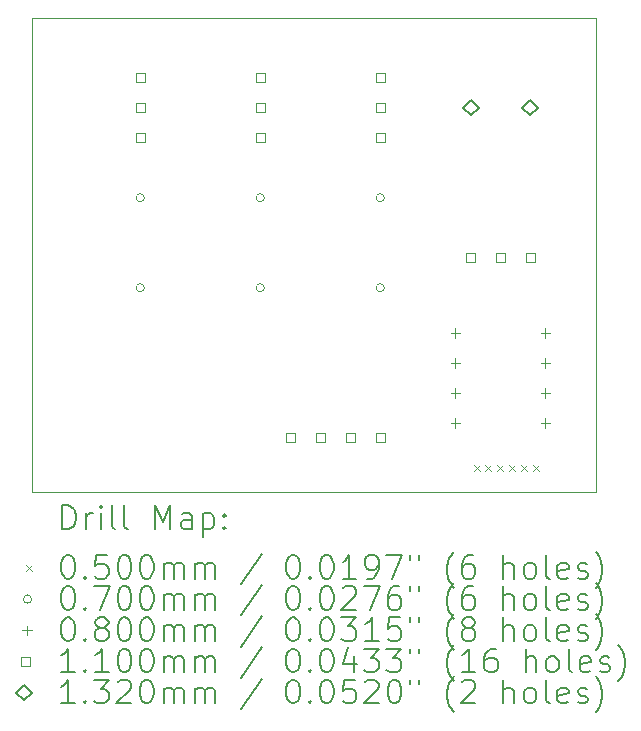
<source format=gbr>
%TF.GenerationSoftware,KiCad,Pcbnew,7.0.8*%
%TF.CreationDate,2023-11-20T21:22:03+01:00*%
%TF.ProjectId,led-controller,6c65642d-636f-46e7-9472-6f6c6c65722e,rev?*%
%TF.SameCoordinates,Original*%
%TF.FileFunction,Drillmap*%
%TF.FilePolarity,Positive*%
%FSLAX45Y45*%
G04 Gerber Fmt 4.5, Leading zero omitted, Abs format (unit mm)*
G04 Created by KiCad (PCBNEW 7.0.8) date 2023-11-20 21:22:03*
%MOMM*%
%LPD*%
G01*
G04 APERTURE LIST*
%ADD10C,0.100000*%
%ADD11C,0.200000*%
%ADD12C,0.050000*%
%ADD13C,0.070000*%
%ADD14C,0.080000*%
%ADD15C,0.110000*%
%ADD16C,0.132000*%
G04 APERTURE END LIST*
D10*
X6705600Y-8128000D02*
X11480800Y-8128000D01*
X11480800Y-12141200D01*
X6705600Y-12141200D01*
X6705600Y-8128000D01*
D11*
D12*
X10443000Y-11913000D02*
X10493000Y-11963000D01*
X10493000Y-11913000D02*
X10443000Y-11963000D01*
X10543000Y-11913000D02*
X10593000Y-11963000D01*
X10593000Y-11913000D02*
X10543000Y-11963000D01*
X10643000Y-11913000D02*
X10693000Y-11963000D01*
X10693000Y-11913000D02*
X10643000Y-11963000D01*
X10743000Y-11913000D02*
X10793000Y-11963000D01*
X10793000Y-11913000D02*
X10743000Y-11963000D01*
X10843000Y-11913000D02*
X10893000Y-11963000D01*
X10893000Y-11913000D02*
X10843000Y-11963000D01*
X10943000Y-11913000D02*
X10993000Y-11963000D01*
X10993000Y-11913000D02*
X10943000Y-11963000D01*
D13*
X7655000Y-9652000D02*
G75*
G03*
X7655000Y-9652000I-35000J0D01*
G01*
X7655000Y-10414000D02*
G75*
G03*
X7655000Y-10414000I-35000J0D01*
G01*
X8671000Y-9652000D02*
G75*
G03*
X8671000Y-9652000I-35000J0D01*
G01*
X8671000Y-10414000D02*
G75*
G03*
X8671000Y-10414000I-35000J0D01*
G01*
X9687000Y-9652000D02*
G75*
G03*
X9687000Y-9652000I-35000J0D01*
G01*
X9687000Y-10414000D02*
G75*
G03*
X9687000Y-10414000I-35000J0D01*
G01*
D14*
X10288000Y-10756000D02*
X10288000Y-10836000D01*
X10248000Y-10796000D02*
X10328000Y-10796000D01*
X10288000Y-11010000D02*
X10288000Y-11090000D01*
X10248000Y-11050000D02*
X10328000Y-11050000D01*
X10288000Y-11264000D02*
X10288000Y-11344000D01*
X10248000Y-11304000D02*
X10328000Y-11304000D01*
X10288000Y-11518000D02*
X10288000Y-11598000D01*
X10248000Y-11558000D02*
X10328000Y-11558000D01*
X11050000Y-10756000D02*
X11050000Y-10836000D01*
X11010000Y-10796000D02*
X11090000Y-10796000D01*
X11050000Y-11010000D02*
X11050000Y-11090000D01*
X11010000Y-11050000D02*
X11090000Y-11050000D01*
X11050000Y-11264000D02*
X11050000Y-11344000D01*
X11010000Y-11304000D02*
X11090000Y-11304000D01*
X11050000Y-11518000D02*
X11050000Y-11598000D01*
X11010000Y-11558000D02*
X11090000Y-11558000D01*
D15*
X7658891Y-8674891D02*
X7658891Y-8597109D01*
X7581109Y-8597109D01*
X7581109Y-8674891D01*
X7658891Y-8674891D01*
X7658891Y-8928891D02*
X7658891Y-8851109D01*
X7581109Y-8851109D01*
X7581109Y-8928891D01*
X7658891Y-8928891D01*
X7658891Y-9182891D02*
X7658891Y-9105109D01*
X7581109Y-9105109D01*
X7581109Y-9182891D01*
X7658891Y-9182891D01*
X8674891Y-8674891D02*
X8674891Y-8597109D01*
X8597109Y-8597109D01*
X8597109Y-8674891D01*
X8674891Y-8674891D01*
X8674891Y-8928891D02*
X8674891Y-8851109D01*
X8597109Y-8851109D01*
X8597109Y-8928891D01*
X8674891Y-8928891D01*
X8674891Y-9182891D02*
X8674891Y-9105109D01*
X8597109Y-9105109D01*
X8597109Y-9182891D01*
X8674891Y-9182891D01*
X8928891Y-11722891D02*
X8928891Y-11645109D01*
X8851109Y-11645109D01*
X8851109Y-11722891D01*
X8928891Y-11722891D01*
X9182891Y-11722891D02*
X9182891Y-11645109D01*
X9105109Y-11645109D01*
X9105109Y-11722891D01*
X9182891Y-11722891D01*
X9436891Y-11722891D02*
X9436891Y-11645109D01*
X9359109Y-11645109D01*
X9359109Y-11722891D01*
X9436891Y-11722891D01*
X9690891Y-8674891D02*
X9690891Y-8597109D01*
X9613109Y-8597109D01*
X9613109Y-8674891D01*
X9690891Y-8674891D01*
X9690891Y-8928891D02*
X9690891Y-8851109D01*
X9613109Y-8851109D01*
X9613109Y-8928891D01*
X9690891Y-8928891D01*
X9690891Y-9182891D02*
X9690891Y-9105109D01*
X9613109Y-9105109D01*
X9613109Y-9182891D01*
X9690891Y-9182891D01*
X9690891Y-11722891D02*
X9690891Y-11645109D01*
X9613109Y-11645109D01*
X9613109Y-11722891D01*
X9690891Y-11722891D01*
X10452891Y-10198891D02*
X10452891Y-10121109D01*
X10375109Y-10121109D01*
X10375109Y-10198891D01*
X10452891Y-10198891D01*
X10706891Y-10198891D02*
X10706891Y-10121109D01*
X10629109Y-10121109D01*
X10629109Y-10198891D01*
X10706891Y-10198891D01*
X10960891Y-10198891D02*
X10960891Y-10121109D01*
X10883109Y-10121109D01*
X10883109Y-10198891D01*
X10960891Y-10198891D01*
D16*
X10422000Y-8956000D02*
X10488000Y-8890000D01*
X10422000Y-8824000D01*
X10356000Y-8890000D01*
X10422000Y-8956000D01*
X10922000Y-8956000D02*
X10988000Y-8890000D01*
X10922000Y-8824000D01*
X10856000Y-8890000D01*
X10922000Y-8956000D01*
D11*
X6961377Y-12457684D02*
X6961377Y-12257684D01*
X6961377Y-12257684D02*
X7008996Y-12257684D01*
X7008996Y-12257684D02*
X7037567Y-12267208D01*
X7037567Y-12267208D02*
X7056615Y-12286255D01*
X7056615Y-12286255D02*
X7066139Y-12305303D01*
X7066139Y-12305303D02*
X7075662Y-12343398D01*
X7075662Y-12343398D02*
X7075662Y-12371969D01*
X7075662Y-12371969D02*
X7066139Y-12410065D01*
X7066139Y-12410065D02*
X7056615Y-12429112D01*
X7056615Y-12429112D02*
X7037567Y-12448160D01*
X7037567Y-12448160D02*
X7008996Y-12457684D01*
X7008996Y-12457684D02*
X6961377Y-12457684D01*
X7161377Y-12457684D02*
X7161377Y-12324350D01*
X7161377Y-12362446D02*
X7170901Y-12343398D01*
X7170901Y-12343398D02*
X7180424Y-12333874D01*
X7180424Y-12333874D02*
X7199472Y-12324350D01*
X7199472Y-12324350D02*
X7218520Y-12324350D01*
X7285186Y-12457684D02*
X7285186Y-12324350D01*
X7285186Y-12257684D02*
X7275662Y-12267208D01*
X7275662Y-12267208D02*
X7285186Y-12276731D01*
X7285186Y-12276731D02*
X7294710Y-12267208D01*
X7294710Y-12267208D02*
X7285186Y-12257684D01*
X7285186Y-12257684D02*
X7285186Y-12276731D01*
X7408996Y-12457684D02*
X7389948Y-12448160D01*
X7389948Y-12448160D02*
X7380424Y-12429112D01*
X7380424Y-12429112D02*
X7380424Y-12257684D01*
X7513758Y-12457684D02*
X7494710Y-12448160D01*
X7494710Y-12448160D02*
X7485186Y-12429112D01*
X7485186Y-12429112D02*
X7485186Y-12257684D01*
X7742329Y-12457684D02*
X7742329Y-12257684D01*
X7742329Y-12257684D02*
X7808996Y-12400541D01*
X7808996Y-12400541D02*
X7875662Y-12257684D01*
X7875662Y-12257684D02*
X7875662Y-12457684D01*
X8056615Y-12457684D02*
X8056615Y-12352922D01*
X8056615Y-12352922D02*
X8047091Y-12333874D01*
X8047091Y-12333874D02*
X8028043Y-12324350D01*
X8028043Y-12324350D02*
X7989948Y-12324350D01*
X7989948Y-12324350D02*
X7970901Y-12333874D01*
X8056615Y-12448160D02*
X8037567Y-12457684D01*
X8037567Y-12457684D02*
X7989948Y-12457684D01*
X7989948Y-12457684D02*
X7970901Y-12448160D01*
X7970901Y-12448160D02*
X7961377Y-12429112D01*
X7961377Y-12429112D02*
X7961377Y-12410065D01*
X7961377Y-12410065D02*
X7970901Y-12391017D01*
X7970901Y-12391017D02*
X7989948Y-12381493D01*
X7989948Y-12381493D02*
X8037567Y-12381493D01*
X8037567Y-12381493D02*
X8056615Y-12371969D01*
X8151853Y-12324350D02*
X8151853Y-12524350D01*
X8151853Y-12333874D02*
X8170901Y-12324350D01*
X8170901Y-12324350D02*
X8208996Y-12324350D01*
X8208996Y-12324350D02*
X8228043Y-12333874D01*
X8228043Y-12333874D02*
X8237567Y-12343398D01*
X8237567Y-12343398D02*
X8247091Y-12362446D01*
X8247091Y-12362446D02*
X8247091Y-12419588D01*
X8247091Y-12419588D02*
X8237567Y-12438636D01*
X8237567Y-12438636D02*
X8228043Y-12448160D01*
X8228043Y-12448160D02*
X8208996Y-12457684D01*
X8208996Y-12457684D02*
X8170901Y-12457684D01*
X8170901Y-12457684D02*
X8151853Y-12448160D01*
X8332805Y-12438636D02*
X8342329Y-12448160D01*
X8342329Y-12448160D02*
X8332805Y-12457684D01*
X8332805Y-12457684D02*
X8323282Y-12448160D01*
X8323282Y-12448160D02*
X8332805Y-12438636D01*
X8332805Y-12438636D02*
X8332805Y-12457684D01*
X8332805Y-12333874D02*
X8342329Y-12343398D01*
X8342329Y-12343398D02*
X8332805Y-12352922D01*
X8332805Y-12352922D02*
X8323282Y-12343398D01*
X8323282Y-12343398D02*
X8332805Y-12333874D01*
X8332805Y-12333874D02*
X8332805Y-12352922D01*
D12*
X6650600Y-12761200D02*
X6700600Y-12811200D01*
X6700600Y-12761200D02*
X6650600Y-12811200D01*
D11*
X6999472Y-12677684D02*
X7018520Y-12677684D01*
X7018520Y-12677684D02*
X7037567Y-12687208D01*
X7037567Y-12687208D02*
X7047091Y-12696731D01*
X7047091Y-12696731D02*
X7056615Y-12715779D01*
X7056615Y-12715779D02*
X7066139Y-12753874D01*
X7066139Y-12753874D02*
X7066139Y-12801493D01*
X7066139Y-12801493D02*
X7056615Y-12839588D01*
X7056615Y-12839588D02*
X7047091Y-12858636D01*
X7047091Y-12858636D02*
X7037567Y-12868160D01*
X7037567Y-12868160D02*
X7018520Y-12877684D01*
X7018520Y-12877684D02*
X6999472Y-12877684D01*
X6999472Y-12877684D02*
X6980424Y-12868160D01*
X6980424Y-12868160D02*
X6970901Y-12858636D01*
X6970901Y-12858636D02*
X6961377Y-12839588D01*
X6961377Y-12839588D02*
X6951853Y-12801493D01*
X6951853Y-12801493D02*
X6951853Y-12753874D01*
X6951853Y-12753874D02*
X6961377Y-12715779D01*
X6961377Y-12715779D02*
X6970901Y-12696731D01*
X6970901Y-12696731D02*
X6980424Y-12687208D01*
X6980424Y-12687208D02*
X6999472Y-12677684D01*
X7151853Y-12858636D02*
X7161377Y-12868160D01*
X7161377Y-12868160D02*
X7151853Y-12877684D01*
X7151853Y-12877684D02*
X7142329Y-12868160D01*
X7142329Y-12868160D02*
X7151853Y-12858636D01*
X7151853Y-12858636D02*
X7151853Y-12877684D01*
X7342329Y-12677684D02*
X7247091Y-12677684D01*
X7247091Y-12677684D02*
X7237567Y-12772922D01*
X7237567Y-12772922D02*
X7247091Y-12763398D01*
X7247091Y-12763398D02*
X7266139Y-12753874D01*
X7266139Y-12753874D02*
X7313758Y-12753874D01*
X7313758Y-12753874D02*
X7332805Y-12763398D01*
X7332805Y-12763398D02*
X7342329Y-12772922D01*
X7342329Y-12772922D02*
X7351853Y-12791969D01*
X7351853Y-12791969D02*
X7351853Y-12839588D01*
X7351853Y-12839588D02*
X7342329Y-12858636D01*
X7342329Y-12858636D02*
X7332805Y-12868160D01*
X7332805Y-12868160D02*
X7313758Y-12877684D01*
X7313758Y-12877684D02*
X7266139Y-12877684D01*
X7266139Y-12877684D02*
X7247091Y-12868160D01*
X7247091Y-12868160D02*
X7237567Y-12858636D01*
X7475662Y-12677684D02*
X7494710Y-12677684D01*
X7494710Y-12677684D02*
X7513758Y-12687208D01*
X7513758Y-12687208D02*
X7523282Y-12696731D01*
X7523282Y-12696731D02*
X7532805Y-12715779D01*
X7532805Y-12715779D02*
X7542329Y-12753874D01*
X7542329Y-12753874D02*
X7542329Y-12801493D01*
X7542329Y-12801493D02*
X7532805Y-12839588D01*
X7532805Y-12839588D02*
X7523282Y-12858636D01*
X7523282Y-12858636D02*
X7513758Y-12868160D01*
X7513758Y-12868160D02*
X7494710Y-12877684D01*
X7494710Y-12877684D02*
X7475662Y-12877684D01*
X7475662Y-12877684D02*
X7456615Y-12868160D01*
X7456615Y-12868160D02*
X7447091Y-12858636D01*
X7447091Y-12858636D02*
X7437567Y-12839588D01*
X7437567Y-12839588D02*
X7428043Y-12801493D01*
X7428043Y-12801493D02*
X7428043Y-12753874D01*
X7428043Y-12753874D02*
X7437567Y-12715779D01*
X7437567Y-12715779D02*
X7447091Y-12696731D01*
X7447091Y-12696731D02*
X7456615Y-12687208D01*
X7456615Y-12687208D02*
X7475662Y-12677684D01*
X7666139Y-12677684D02*
X7685186Y-12677684D01*
X7685186Y-12677684D02*
X7704234Y-12687208D01*
X7704234Y-12687208D02*
X7713758Y-12696731D01*
X7713758Y-12696731D02*
X7723282Y-12715779D01*
X7723282Y-12715779D02*
X7732805Y-12753874D01*
X7732805Y-12753874D02*
X7732805Y-12801493D01*
X7732805Y-12801493D02*
X7723282Y-12839588D01*
X7723282Y-12839588D02*
X7713758Y-12858636D01*
X7713758Y-12858636D02*
X7704234Y-12868160D01*
X7704234Y-12868160D02*
X7685186Y-12877684D01*
X7685186Y-12877684D02*
X7666139Y-12877684D01*
X7666139Y-12877684D02*
X7647091Y-12868160D01*
X7647091Y-12868160D02*
X7637567Y-12858636D01*
X7637567Y-12858636D02*
X7628043Y-12839588D01*
X7628043Y-12839588D02*
X7618520Y-12801493D01*
X7618520Y-12801493D02*
X7618520Y-12753874D01*
X7618520Y-12753874D02*
X7628043Y-12715779D01*
X7628043Y-12715779D02*
X7637567Y-12696731D01*
X7637567Y-12696731D02*
X7647091Y-12687208D01*
X7647091Y-12687208D02*
X7666139Y-12677684D01*
X7818520Y-12877684D02*
X7818520Y-12744350D01*
X7818520Y-12763398D02*
X7828043Y-12753874D01*
X7828043Y-12753874D02*
X7847091Y-12744350D01*
X7847091Y-12744350D02*
X7875663Y-12744350D01*
X7875663Y-12744350D02*
X7894710Y-12753874D01*
X7894710Y-12753874D02*
X7904234Y-12772922D01*
X7904234Y-12772922D02*
X7904234Y-12877684D01*
X7904234Y-12772922D02*
X7913758Y-12753874D01*
X7913758Y-12753874D02*
X7932805Y-12744350D01*
X7932805Y-12744350D02*
X7961377Y-12744350D01*
X7961377Y-12744350D02*
X7980424Y-12753874D01*
X7980424Y-12753874D02*
X7989948Y-12772922D01*
X7989948Y-12772922D02*
X7989948Y-12877684D01*
X8085186Y-12877684D02*
X8085186Y-12744350D01*
X8085186Y-12763398D02*
X8094710Y-12753874D01*
X8094710Y-12753874D02*
X8113758Y-12744350D01*
X8113758Y-12744350D02*
X8142329Y-12744350D01*
X8142329Y-12744350D02*
X8161377Y-12753874D01*
X8161377Y-12753874D02*
X8170901Y-12772922D01*
X8170901Y-12772922D02*
X8170901Y-12877684D01*
X8170901Y-12772922D02*
X8180424Y-12753874D01*
X8180424Y-12753874D02*
X8199472Y-12744350D01*
X8199472Y-12744350D02*
X8228043Y-12744350D01*
X8228043Y-12744350D02*
X8247091Y-12753874D01*
X8247091Y-12753874D02*
X8256615Y-12772922D01*
X8256615Y-12772922D02*
X8256615Y-12877684D01*
X8647091Y-12668160D02*
X8475663Y-12925303D01*
X8904234Y-12677684D02*
X8923282Y-12677684D01*
X8923282Y-12677684D02*
X8942329Y-12687208D01*
X8942329Y-12687208D02*
X8951853Y-12696731D01*
X8951853Y-12696731D02*
X8961377Y-12715779D01*
X8961377Y-12715779D02*
X8970901Y-12753874D01*
X8970901Y-12753874D02*
X8970901Y-12801493D01*
X8970901Y-12801493D02*
X8961377Y-12839588D01*
X8961377Y-12839588D02*
X8951853Y-12858636D01*
X8951853Y-12858636D02*
X8942329Y-12868160D01*
X8942329Y-12868160D02*
X8923282Y-12877684D01*
X8923282Y-12877684D02*
X8904234Y-12877684D01*
X8904234Y-12877684D02*
X8885187Y-12868160D01*
X8885187Y-12868160D02*
X8875663Y-12858636D01*
X8875663Y-12858636D02*
X8866139Y-12839588D01*
X8866139Y-12839588D02*
X8856615Y-12801493D01*
X8856615Y-12801493D02*
X8856615Y-12753874D01*
X8856615Y-12753874D02*
X8866139Y-12715779D01*
X8866139Y-12715779D02*
X8875663Y-12696731D01*
X8875663Y-12696731D02*
X8885187Y-12687208D01*
X8885187Y-12687208D02*
X8904234Y-12677684D01*
X9056615Y-12858636D02*
X9066139Y-12868160D01*
X9066139Y-12868160D02*
X9056615Y-12877684D01*
X9056615Y-12877684D02*
X9047091Y-12868160D01*
X9047091Y-12868160D02*
X9056615Y-12858636D01*
X9056615Y-12858636D02*
X9056615Y-12877684D01*
X9189948Y-12677684D02*
X9208996Y-12677684D01*
X9208996Y-12677684D02*
X9228044Y-12687208D01*
X9228044Y-12687208D02*
X9237568Y-12696731D01*
X9237568Y-12696731D02*
X9247091Y-12715779D01*
X9247091Y-12715779D02*
X9256615Y-12753874D01*
X9256615Y-12753874D02*
X9256615Y-12801493D01*
X9256615Y-12801493D02*
X9247091Y-12839588D01*
X9247091Y-12839588D02*
X9237568Y-12858636D01*
X9237568Y-12858636D02*
X9228044Y-12868160D01*
X9228044Y-12868160D02*
X9208996Y-12877684D01*
X9208996Y-12877684D02*
X9189948Y-12877684D01*
X9189948Y-12877684D02*
X9170901Y-12868160D01*
X9170901Y-12868160D02*
X9161377Y-12858636D01*
X9161377Y-12858636D02*
X9151853Y-12839588D01*
X9151853Y-12839588D02*
X9142329Y-12801493D01*
X9142329Y-12801493D02*
X9142329Y-12753874D01*
X9142329Y-12753874D02*
X9151853Y-12715779D01*
X9151853Y-12715779D02*
X9161377Y-12696731D01*
X9161377Y-12696731D02*
X9170901Y-12687208D01*
X9170901Y-12687208D02*
X9189948Y-12677684D01*
X9447091Y-12877684D02*
X9332806Y-12877684D01*
X9389948Y-12877684D02*
X9389948Y-12677684D01*
X9389948Y-12677684D02*
X9370901Y-12706255D01*
X9370901Y-12706255D02*
X9351853Y-12725303D01*
X9351853Y-12725303D02*
X9332806Y-12734827D01*
X9542329Y-12877684D02*
X9580425Y-12877684D01*
X9580425Y-12877684D02*
X9599472Y-12868160D01*
X9599472Y-12868160D02*
X9608996Y-12858636D01*
X9608996Y-12858636D02*
X9628044Y-12830065D01*
X9628044Y-12830065D02*
X9637568Y-12791969D01*
X9637568Y-12791969D02*
X9637568Y-12715779D01*
X9637568Y-12715779D02*
X9628044Y-12696731D01*
X9628044Y-12696731D02*
X9618520Y-12687208D01*
X9618520Y-12687208D02*
X9599472Y-12677684D01*
X9599472Y-12677684D02*
X9561377Y-12677684D01*
X9561377Y-12677684D02*
X9542329Y-12687208D01*
X9542329Y-12687208D02*
X9532806Y-12696731D01*
X9532806Y-12696731D02*
X9523282Y-12715779D01*
X9523282Y-12715779D02*
X9523282Y-12763398D01*
X9523282Y-12763398D02*
X9532806Y-12782446D01*
X9532806Y-12782446D02*
X9542329Y-12791969D01*
X9542329Y-12791969D02*
X9561377Y-12801493D01*
X9561377Y-12801493D02*
X9599472Y-12801493D01*
X9599472Y-12801493D02*
X9618520Y-12791969D01*
X9618520Y-12791969D02*
X9628044Y-12782446D01*
X9628044Y-12782446D02*
X9637568Y-12763398D01*
X9704234Y-12677684D02*
X9837568Y-12677684D01*
X9837568Y-12677684D02*
X9751853Y-12877684D01*
X9904234Y-12677684D02*
X9904234Y-12715779D01*
X9980425Y-12677684D02*
X9980425Y-12715779D01*
X10275663Y-12953874D02*
X10266139Y-12944350D01*
X10266139Y-12944350D02*
X10247091Y-12915779D01*
X10247091Y-12915779D02*
X10237568Y-12896731D01*
X10237568Y-12896731D02*
X10228044Y-12868160D01*
X10228044Y-12868160D02*
X10218520Y-12820541D01*
X10218520Y-12820541D02*
X10218520Y-12782446D01*
X10218520Y-12782446D02*
X10228044Y-12734827D01*
X10228044Y-12734827D02*
X10237568Y-12706255D01*
X10237568Y-12706255D02*
X10247091Y-12687208D01*
X10247091Y-12687208D02*
X10266139Y-12658636D01*
X10266139Y-12658636D02*
X10275663Y-12649112D01*
X10437568Y-12677684D02*
X10399472Y-12677684D01*
X10399472Y-12677684D02*
X10380425Y-12687208D01*
X10380425Y-12687208D02*
X10370901Y-12696731D01*
X10370901Y-12696731D02*
X10351853Y-12725303D01*
X10351853Y-12725303D02*
X10342330Y-12763398D01*
X10342330Y-12763398D02*
X10342330Y-12839588D01*
X10342330Y-12839588D02*
X10351853Y-12858636D01*
X10351853Y-12858636D02*
X10361377Y-12868160D01*
X10361377Y-12868160D02*
X10380425Y-12877684D01*
X10380425Y-12877684D02*
X10418520Y-12877684D01*
X10418520Y-12877684D02*
X10437568Y-12868160D01*
X10437568Y-12868160D02*
X10447091Y-12858636D01*
X10447091Y-12858636D02*
X10456615Y-12839588D01*
X10456615Y-12839588D02*
X10456615Y-12791969D01*
X10456615Y-12791969D02*
X10447091Y-12772922D01*
X10447091Y-12772922D02*
X10437568Y-12763398D01*
X10437568Y-12763398D02*
X10418520Y-12753874D01*
X10418520Y-12753874D02*
X10380425Y-12753874D01*
X10380425Y-12753874D02*
X10361377Y-12763398D01*
X10361377Y-12763398D02*
X10351853Y-12772922D01*
X10351853Y-12772922D02*
X10342330Y-12791969D01*
X10694711Y-12877684D02*
X10694711Y-12677684D01*
X10780425Y-12877684D02*
X10780425Y-12772922D01*
X10780425Y-12772922D02*
X10770901Y-12753874D01*
X10770901Y-12753874D02*
X10751853Y-12744350D01*
X10751853Y-12744350D02*
X10723282Y-12744350D01*
X10723282Y-12744350D02*
X10704234Y-12753874D01*
X10704234Y-12753874D02*
X10694711Y-12763398D01*
X10904234Y-12877684D02*
X10885187Y-12868160D01*
X10885187Y-12868160D02*
X10875663Y-12858636D01*
X10875663Y-12858636D02*
X10866139Y-12839588D01*
X10866139Y-12839588D02*
X10866139Y-12782446D01*
X10866139Y-12782446D02*
X10875663Y-12763398D01*
X10875663Y-12763398D02*
X10885187Y-12753874D01*
X10885187Y-12753874D02*
X10904234Y-12744350D01*
X10904234Y-12744350D02*
X10932806Y-12744350D01*
X10932806Y-12744350D02*
X10951853Y-12753874D01*
X10951853Y-12753874D02*
X10961377Y-12763398D01*
X10961377Y-12763398D02*
X10970901Y-12782446D01*
X10970901Y-12782446D02*
X10970901Y-12839588D01*
X10970901Y-12839588D02*
X10961377Y-12858636D01*
X10961377Y-12858636D02*
X10951853Y-12868160D01*
X10951853Y-12868160D02*
X10932806Y-12877684D01*
X10932806Y-12877684D02*
X10904234Y-12877684D01*
X11085187Y-12877684D02*
X11066139Y-12868160D01*
X11066139Y-12868160D02*
X11056615Y-12849112D01*
X11056615Y-12849112D02*
X11056615Y-12677684D01*
X11237568Y-12868160D02*
X11218520Y-12877684D01*
X11218520Y-12877684D02*
X11180425Y-12877684D01*
X11180425Y-12877684D02*
X11161377Y-12868160D01*
X11161377Y-12868160D02*
X11151853Y-12849112D01*
X11151853Y-12849112D02*
X11151853Y-12772922D01*
X11151853Y-12772922D02*
X11161377Y-12753874D01*
X11161377Y-12753874D02*
X11180425Y-12744350D01*
X11180425Y-12744350D02*
X11218520Y-12744350D01*
X11218520Y-12744350D02*
X11237568Y-12753874D01*
X11237568Y-12753874D02*
X11247091Y-12772922D01*
X11247091Y-12772922D02*
X11247091Y-12791969D01*
X11247091Y-12791969D02*
X11151853Y-12811017D01*
X11323282Y-12868160D02*
X11342330Y-12877684D01*
X11342330Y-12877684D02*
X11380425Y-12877684D01*
X11380425Y-12877684D02*
X11399472Y-12868160D01*
X11399472Y-12868160D02*
X11408996Y-12849112D01*
X11408996Y-12849112D02*
X11408996Y-12839588D01*
X11408996Y-12839588D02*
X11399472Y-12820541D01*
X11399472Y-12820541D02*
X11380425Y-12811017D01*
X11380425Y-12811017D02*
X11351853Y-12811017D01*
X11351853Y-12811017D02*
X11332806Y-12801493D01*
X11332806Y-12801493D02*
X11323282Y-12782446D01*
X11323282Y-12782446D02*
X11323282Y-12772922D01*
X11323282Y-12772922D02*
X11332806Y-12753874D01*
X11332806Y-12753874D02*
X11351853Y-12744350D01*
X11351853Y-12744350D02*
X11380425Y-12744350D01*
X11380425Y-12744350D02*
X11399472Y-12753874D01*
X11475663Y-12953874D02*
X11485187Y-12944350D01*
X11485187Y-12944350D02*
X11504234Y-12915779D01*
X11504234Y-12915779D02*
X11513758Y-12896731D01*
X11513758Y-12896731D02*
X11523282Y-12868160D01*
X11523282Y-12868160D02*
X11532806Y-12820541D01*
X11532806Y-12820541D02*
X11532806Y-12782446D01*
X11532806Y-12782446D02*
X11523282Y-12734827D01*
X11523282Y-12734827D02*
X11513758Y-12706255D01*
X11513758Y-12706255D02*
X11504234Y-12687208D01*
X11504234Y-12687208D02*
X11485187Y-12658636D01*
X11485187Y-12658636D02*
X11475663Y-12649112D01*
D13*
X6700600Y-13050200D02*
G75*
G03*
X6700600Y-13050200I-35000J0D01*
G01*
D11*
X6999472Y-12941684D02*
X7018520Y-12941684D01*
X7018520Y-12941684D02*
X7037567Y-12951208D01*
X7037567Y-12951208D02*
X7047091Y-12960731D01*
X7047091Y-12960731D02*
X7056615Y-12979779D01*
X7056615Y-12979779D02*
X7066139Y-13017874D01*
X7066139Y-13017874D02*
X7066139Y-13065493D01*
X7066139Y-13065493D02*
X7056615Y-13103588D01*
X7056615Y-13103588D02*
X7047091Y-13122636D01*
X7047091Y-13122636D02*
X7037567Y-13132160D01*
X7037567Y-13132160D02*
X7018520Y-13141684D01*
X7018520Y-13141684D02*
X6999472Y-13141684D01*
X6999472Y-13141684D02*
X6980424Y-13132160D01*
X6980424Y-13132160D02*
X6970901Y-13122636D01*
X6970901Y-13122636D02*
X6961377Y-13103588D01*
X6961377Y-13103588D02*
X6951853Y-13065493D01*
X6951853Y-13065493D02*
X6951853Y-13017874D01*
X6951853Y-13017874D02*
X6961377Y-12979779D01*
X6961377Y-12979779D02*
X6970901Y-12960731D01*
X6970901Y-12960731D02*
X6980424Y-12951208D01*
X6980424Y-12951208D02*
X6999472Y-12941684D01*
X7151853Y-13122636D02*
X7161377Y-13132160D01*
X7161377Y-13132160D02*
X7151853Y-13141684D01*
X7151853Y-13141684D02*
X7142329Y-13132160D01*
X7142329Y-13132160D02*
X7151853Y-13122636D01*
X7151853Y-13122636D02*
X7151853Y-13141684D01*
X7228043Y-12941684D02*
X7361377Y-12941684D01*
X7361377Y-12941684D02*
X7275662Y-13141684D01*
X7475662Y-12941684D02*
X7494710Y-12941684D01*
X7494710Y-12941684D02*
X7513758Y-12951208D01*
X7513758Y-12951208D02*
X7523282Y-12960731D01*
X7523282Y-12960731D02*
X7532805Y-12979779D01*
X7532805Y-12979779D02*
X7542329Y-13017874D01*
X7542329Y-13017874D02*
X7542329Y-13065493D01*
X7542329Y-13065493D02*
X7532805Y-13103588D01*
X7532805Y-13103588D02*
X7523282Y-13122636D01*
X7523282Y-13122636D02*
X7513758Y-13132160D01*
X7513758Y-13132160D02*
X7494710Y-13141684D01*
X7494710Y-13141684D02*
X7475662Y-13141684D01*
X7475662Y-13141684D02*
X7456615Y-13132160D01*
X7456615Y-13132160D02*
X7447091Y-13122636D01*
X7447091Y-13122636D02*
X7437567Y-13103588D01*
X7437567Y-13103588D02*
X7428043Y-13065493D01*
X7428043Y-13065493D02*
X7428043Y-13017874D01*
X7428043Y-13017874D02*
X7437567Y-12979779D01*
X7437567Y-12979779D02*
X7447091Y-12960731D01*
X7447091Y-12960731D02*
X7456615Y-12951208D01*
X7456615Y-12951208D02*
X7475662Y-12941684D01*
X7666139Y-12941684D02*
X7685186Y-12941684D01*
X7685186Y-12941684D02*
X7704234Y-12951208D01*
X7704234Y-12951208D02*
X7713758Y-12960731D01*
X7713758Y-12960731D02*
X7723282Y-12979779D01*
X7723282Y-12979779D02*
X7732805Y-13017874D01*
X7732805Y-13017874D02*
X7732805Y-13065493D01*
X7732805Y-13065493D02*
X7723282Y-13103588D01*
X7723282Y-13103588D02*
X7713758Y-13122636D01*
X7713758Y-13122636D02*
X7704234Y-13132160D01*
X7704234Y-13132160D02*
X7685186Y-13141684D01*
X7685186Y-13141684D02*
X7666139Y-13141684D01*
X7666139Y-13141684D02*
X7647091Y-13132160D01*
X7647091Y-13132160D02*
X7637567Y-13122636D01*
X7637567Y-13122636D02*
X7628043Y-13103588D01*
X7628043Y-13103588D02*
X7618520Y-13065493D01*
X7618520Y-13065493D02*
X7618520Y-13017874D01*
X7618520Y-13017874D02*
X7628043Y-12979779D01*
X7628043Y-12979779D02*
X7637567Y-12960731D01*
X7637567Y-12960731D02*
X7647091Y-12951208D01*
X7647091Y-12951208D02*
X7666139Y-12941684D01*
X7818520Y-13141684D02*
X7818520Y-13008350D01*
X7818520Y-13027398D02*
X7828043Y-13017874D01*
X7828043Y-13017874D02*
X7847091Y-13008350D01*
X7847091Y-13008350D02*
X7875663Y-13008350D01*
X7875663Y-13008350D02*
X7894710Y-13017874D01*
X7894710Y-13017874D02*
X7904234Y-13036922D01*
X7904234Y-13036922D02*
X7904234Y-13141684D01*
X7904234Y-13036922D02*
X7913758Y-13017874D01*
X7913758Y-13017874D02*
X7932805Y-13008350D01*
X7932805Y-13008350D02*
X7961377Y-13008350D01*
X7961377Y-13008350D02*
X7980424Y-13017874D01*
X7980424Y-13017874D02*
X7989948Y-13036922D01*
X7989948Y-13036922D02*
X7989948Y-13141684D01*
X8085186Y-13141684D02*
X8085186Y-13008350D01*
X8085186Y-13027398D02*
X8094710Y-13017874D01*
X8094710Y-13017874D02*
X8113758Y-13008350D01*
X8113758Y-13008350D02*
X8142329Y-13008350D01*
X8142329Y-13008350D02*
X8161377Y-13017874D01*
X8161377Y-13017874D02*
X8170901Y-13036922D01*
X8170901Y-13036922D02*
X8170901Y-13141684D01*
X8170901Y-13036922D02*
X8180424Y-13017874D01*
X8180424Y-13017874D02*
X8199472Y-13008350D01*
X8199472Y-13008350D02*
X8228043Y-13008350D01*
X8228043Y-13008350D02*
X8247091Y-13017874D01*
X8247091Y-13017874D02*
X8256615Y-13036922D01*
X8256615Y-13036922D02*
X8256615Y-13141684D01*
X8647091Y-12932160D02*
X8475663Y-13189303D01*
X8904234Y-12941684D02*
X8923282Y-12941684D01*
X8923282Y-12941684D02*
X8942329Y-12951208D01*
X8942329Y-12951208D02*
X8951853Y-12960731D01*
X8951853Y-12960731D02*
X8961377Y-12979779D01*
X8961377Y-12979779D02*
X8970901Y-13017874D01*
X8970901Y-13017874D02*
X8970901Y-13065493D01*
X8970901Y-13065493D02*
X8961377Y-13103588D01*
X8961377Y-13103588D02*
X8951853Y-13122636D01*
X8951853Y-13122636D02*
X8942329Y-13132160D01*
X8942329Y-13132160D02*
X8923282Y-13141684D01*
X8923282Y-13141684D02*
X8904234Y-13141684D01*
X8904234Y-13141684D02*
X8885187Y-13132160D01*
X8885187Y-13132160D02*
X8875663Y-13122636D01*
X8875663Y-13122636D02*
X8866139Y-13103588D01*
X8866139Y-13103588D02*
X8856615Y-13065493D01*
X8856615Y-13065493D02*
X8856615Y-13017874D01*
X8856615Y-13017874D02*
X8866139Y-12979779D01*
X8866139Y-12979779D02*
X8875663Y-12960731D01*
X8875663Y-12960731D02*
X8885187Y-12951208D01*
X8885187Y-12951208D02*
X8904234Y-12941684D01*
X9056615Y-13122636D02*
X9066139Y-13132160D01*
X9066139Y-13132160D02*
X9056615Y-13141684D01*
X9056615Y-13141684D02*
X9047091Y-13132160D01*
X9047091Y-13132160D02*
X9056615Y-13122636D01*
X9056615Y-13122636D02*
X9056615Y-13141684D01*
X9189948Y-12941684D02*
X9208996Y-12941684D01*
X9208996Y-12941684D02*
X9228044Y-12951208D01*
X9228044Y-12951208D02*
X9237568Y-12960731D01*
X9237568Y-12960731D02*
X9247091Y-12979779D01*
X9247091Y-12979779D02*
X9256615Y-13017874D01*
X9256615Y-13017874D02*
X9256615Y-13065493D01*
X9256615Y-13065493D02*
X9247091Y-13103588D01*
X9247091Y-13103588D02*
X9237568Y-13122636D01*
X9237568Y-13122636D02*
X9228044Y-13132160D01*
X9228044Y-13132160D02*
X9208996Y-13141684D01*
X9208996Y-13141684D02*
X9189948Y-13141684D01*
X9189948Y-13141684D02*
X9170901Y-13132160D01*
X9170901Y-13132160D02*
X9161377Y-13122636D01*
X9161377Y-13122636D02*
X9151853Y-13103588D01*
X9151853Y-13103588D02*
X9142329Y-13065493D01*
X9142329Y-13065493D02*
X9142329Y-13017874D01*
X9142329Y-13017874D02*
X9151853Y-12979779D01*
X9151853Y-12979779D02*
X9161377Y-12960731D01*
X9161377Y-12960731D02*
X9170901Y-12951208D01*
X9170901Y-12951208D02*
X9189948Y-12941684D01*
X9332806Y-12960731D02*
X9342329Y-12951208D01*
X9342329Y-12951208D02*
X9361377Y-12941684D01*
X9361377Y-12941684D02*
X9408996Y-12941684D01*
X9408996Y-12941684D02*
X9428044Y-12951208D01*
X9428044Y-12951208D02*
X9437568Y-12960731D01*
X9437568Y-12960731D02*
X9447091Y-12979779D01*
X9447091Y-12979779D02*
X9447091Y-12998827D01*
X9447091Y-12998827D02*
X9437568Y-13027398D01*
X9437568Y-13027398D02*
X9323282Y-13141684D01*
X9323282Y-13141684D02*
X9447091Y-13141684D01*
X9513758Y-12941684D02*
X9647091Y-12941684D01*
X9647091Y-12941684D02*
X9561377Y-13141684D01*
X9808996Y-12941684D02*
X9770901Y-12941684D01*
X9770901Y-12941684D02*
X9751853Y-12951208D01*
X9751853Y-12951208D02*
X9742329Y-12960731D01*
X9742329Y-12960731D02*
X9723282Y-12989303D01*
X9723282Y-12989303D02*
X9713758Y-13027398D01*
X9713758Y-13027398D02*
X9713758Y-13103588D01*
X9713758Y-13103588D02*
X9723282Y-13122636D01*
X9723282Y-13122636D02*
X9732806Y-13132160D01*
X9732806Y-13132160D02*
X9751853Y-13141684D01*
X9751853Y-13141684D02*
X9789949Y-13141684D01*
X9789949Y-13141684D02*
X9808996Y-13132160D01*
X9808996Y-13132160D02*
X9818520Y-13122636D01*
X9818520Y-13122636D02*
X9828044Y-13103588D01*
X9828044Y-13103588D02*
X9828044Y-13055969D01*
X9828044Y-13055969D02*
X9818520Y-13036922D01*
X9818520Y-13036922D02*
X9808996Y-13027398D01*
X9808996Y-13027398D02*
X9789949Y-13017874D01*
X9789949Y-13017874D02*
X9751853Y-13017874D01*
X9751853Y-13017874D02*
X9732806Y-13027398D01*
X9732806Y-13027398D02*
X9723282Y-13036922D01*
X9723282Y-13036922D02*
X9713758Y-13055969D01*
X9904234Y-12941684D02*
X9904234Y-12979779D01*
X9980425Y-12941684D02*
X9980425Y-12979779D01*
X10275663Y-13217874D02*
X10266139Y-13208350D01*
X10266139Y-13208350D02*
X10247091Y-13179779D01*
X10247091Y-13179779D02*
X10237568Y-13160731D01*
X10237568Y-13160731D02*
X10228044Y-13132160D01*
X10228044Y-13132160D02*
X10218520Y-13084541D01*
X10218520Y-13084541D02*
X10218520Y-13046446D01*
X10218520Y-13046446D02*
X10228044Y-12998827D01*
X10228044Y-12998827D02*
X10237568Y-12970255D01*
X10237568Y-12970255D02*
X10247091Y-12951208D01*
X10247091Y-12951208D02*
X10266139Y-12922636D01*
X10266139Y-12922636D02*
X10275663Y-12913112D01*
X10437568Y-12941684D02*
X10399472Y-12941684D01*
X10399472Y-12941684D02*
X10380425Y-12951208D01*
X10380425Y-12951208D02*
X10370901Y-12960731D01*
X10370901Y-12960731D02*
X10351853Y-12989303D01*
X10351853Y-12989303D02*
X10342330Y-13027398D01*
X10342330Y-13027398D02*
X10342330Y-13103588D01*
X10342330Y-13103588D02*
X10351853Y-13122636D01*
X10351853Y-13122636D02*
X10361377Y-13132160D01*
X10361377Y-13132160D02*
X10380425Y-13141684D01*
X10380425Y-13141684D02*
X10418520Y-13141684D01*
X10418520Y-13141684D02*
X10437568Y-13132160D01*
X10437568Y-13132160D02*
X10447091Y-13122636D01*
X10447091Y-13122636D02*
X10456615Y-13103588D01*
X10456615Y-13103588D02*
X10456615Y-13055969D01*
X10456615Y-13055969D02*
X10447091Y-13036922D01*
X10447091Y-13036922D02*
X10437568Y-13027398D01*
X10437568Y-13027398D02*
X10418520Y-13017874D01*
X10418520Y-13017874D02*
X10380425Y-13017874D01*
X10380425Y-13017874D02*
X10361377Y-13027398D01*
X10361377Y-13027398D02*
X10351853Y-13036922D01*
X10351853Y-13036922D02*
X10342330Y-13055969D01*
X10694711Y-13141684D02*
X10694711Y-12941684D01*
X10780425Y-13141684D02*
X10780425Y-13036922D01*
X10780425Y-13036922D02*
X10770901Y-13017874D01*
X10770901Y-13017874D02*
X10751853Y-13008350D01*
X10751853Y-13008350D02*
X10723282Y-13008350D01*
X10723282Y-13008350D02*
X10704234Y-13017874D01*
X10704234Y-13017874D02*
X10694711Y-13027398D01*
X10904234Y-13141684D02*
X10885187Y-13132160D01*
X10885187Y-13132160D02*
X10875663Y-13122636D01*
X10875663Y-13122636D02*
X10866139Y-13103588D01*
X10866139Y-13103588D02*
X10866139Y-13046446D01*
X10866139Y-13046446D02*
X10875663Y-13027398D01*
X10875663Y-13027398D02*
X10885187Y-13017874D01*
X10885187Y-13017874D02*
X10904234Y-13008350D01*
X10904234Y-13008350D02*
X10932806Y-13008350D01*
X10932806Y-13008350D02*
X10951853Y-13017874D01*
X10951853Y-13017874D02*
X10961377Y-13027398D01*
X10961377Y-13027398D02*
X10970901Y-13046446D01*
X10970901Y-13046446D02*
X10970901Y-13103588D01*
X10970901Y-13103588D02*
X10961377Y-13122636D01*
X10961377Y-13122636D02*
X10951853Y-13132160D01*
X10951853Y-13132160D02*
X10932806Y-13141684D01*
X10932806Y-13141684D02*
X10904234Y-13141684D01*
X11085187Y-13141684D02*
X11066139Y-13132160D01*
X11066139Y-13132160D02*
X11056615Y-13113112D01*
X11056615Y-13113112D02*
X11056615Y-12941684D01*
X11237568Y-13132160D02*
X11218520Y-13141684D01*
X11218520Y-13141684D02*
X11180425Y-13141684D01*
X11180425Y-13141684D02*
X11161377Y-13132160D01*
X11161377Y-13132160D02*
X11151853Y-13113112D01*
X11151853Y-13113112D02*
X11151853Y-13036922D01*
X11151853Y-13036922D02*
X11161377Y-13017874D01*
X11161377Y-13017874D02*
X11180425Y-13008350D01*
X11180425Y-13008350D02*
X11218520Y-13008350D01*
X11218520Y-13008350D02*
X11237568Y-13017874D01*
X11237568Y-13017874D02*
X11247091Y-13036922D01*
X11247091Y-13036922D02*
X11247091Y-13055969D01*
X11247091Y-13055969D02*
X11151853Y-13075017D01*
X11323282Y-13132160D02*
X11342330Y-13141684D01*
X11342330Y-13141684D02*
X11380425Y-13141684D01*
X11380425Y-13141684D02*
X11399472Y-13132160D01*
X11399472Y-13132160D02*
X11408996Y-13113112D01*
X11408996Y-13113112D02*
X11408996Y-13103588D01*
X11408996Y-13103588D02*
X11399472Y-13084541D01*
X11399472Y-13084541D02*
X11380425Y-13075017D01*
X11380425Y-13075017D02*
X11351853Y-13075017D01*
X11351853Y-13075017D02*
X11332806Y-13065493D01*
X11332806Y-13065493D02*
X11323282Y-13046446D01*
X11323282Y-13046446D02*
X11323282Y-13036922D01*
X11323282Y-13036922D02*
X11332806Y-13017874D01*
X11332806Y-13017874D02*
X11351853Y-13008350D01*
X11351853Y-13008350D02*
X11380425Y-13008350D01*
X11380425Y-13008350D02*
X11399472Y-13017874D01*
X11475663Y-13217874D02*
X11485187Y-13208350D01*
X11485187Y-13208350D02*
X11504234Y-13179779D01*
X11504234Y-13179779D02*
X11513758Y-13160731D01*
X11513758Y-13160731D02*
X11523282Y-13132160D01*
X11523282Y-13132160D02*
X11532806Y-13084541D01*
X11532806Y-13084541D02*
X11532806Y-13046446D01*
X11532806Y-13046446D02*
X11523282Y-12998827D01*
X11523282Y-12998827D02*
X11513758Y-12970255D01*
X11513758Y-12970255D02*
X11504234Y-12951208D01*
X11504234Y-12951208D02*
X11485187Y-12922636D01*
X11485187Y-12922636D02*
X11475663Y-12913112D01*
D14*
X6660600Y-13274200D02*
X6660600Y-13354200D01*
X6620600Y-13314200D02*
X6700600Y-13314200D01*
D11*
X6999472Y-13205684D02*
X7018520Y-13205684D01*
X7018520Y-13205684D02*
X7037567Y-13215208D01*
X7037567Y-13215208D02*
X7047091Y-13224731D01*
X7047091Y-13224731D02*
X7056615Y-13243779D01*
X7056615Y-13243779D02*
X7066139Y-13281874D01*
X7066139Y-13281874D02*
X7066139Y-13329493D01*
X7066139Y-13329493D02*
X7056615Y-13367588D01*
X7056615Y-13367588D02*
X7047091Y-13386636D01*
X7047091Y-13386636D02*
X7037567Y-13396160D01*
X7037567Y-13396160D02*
X7018520Y-13405684D01*
X7018520Y-13405684D02*
X6999472Y-13405684D01*
X6999472Y-13405684D02*
X6980424Y-13396160D01*
X6980424Y-13396160D02*
X6970901Y-13386636D01*
X6970901Y-13386636D02*
X6961377Y-13367588D01*
X6961377Y-13367588D02*
X6951853Y-13329493D01*
X6951853Y-13329493D02*
X6951853Y-13281874D01*
X6951853Y-13281874D02*
X6961377Y-13243779D01*
X6961377Y-13243779D02*
X6970901Y-13224731D01*
X6970901Y-13224731D02*
X6980424Y-13215208D01*
X6980424Y-13215208D02*
X6999472Y-13205684D01*
X7151853Y-13386636D02*
X7161377Y-13396160D01*
X7161377Y-13396160D02*
X7151853Y-13405684D01*
X7151853Y-13405684D02*
X7142329Y-13396160D01*
X7142329Y-13396160D02*
X7151853Y-13386636D01*
X7151853Y-13386636D02*
X7151853Y-13405684D01*
X7275662Y-13291398D02*
X7256615Y-13281874D01*
X7256615Y-13281874D02*
X7247091Y-13272350D01*
X7247091Y-13272350D02*
X7237567Y-13253303D01*
X7237567Y-13253303D02*
X7237567Y-13243779D01*
X7237567Y-13243779D02*
X7247091Y-13224731D01*
X7247091Y-13224731D02*
X7256615Y-13215208D01*
X7256615Y-13215208D02*
X7275662Y-13205684D01*
X7275662Y-13205684D02*
X7313758Y-13205684D01*
X7313758Y-13205684D02*
X7332805Y-13215208D01*
X7332805Y-13215208D02*
X7342329Y-13224731D01*
X7342329Y-13224731D02*
X7351853Y-13243779D01*
X7351853Y-13243779D02*
X7351853Y-13253303D01*
X7351853Y-13253303D02*
X7342329Y-13272350D01*
X7342329Y-13272350D02*
X7332805Y-13281874D01*
X7332805Y-13281874D02*
X7313758Y-13291398D01*
X7313758Y-13291398D02*
X7275662Y-13291398D01*
X7275662Y-13291398D02*
X7256615Y-13300922D01*
X7256615Y-13300922D02*
X7247091Y-13310446D01*
X7247091Y-13310446D02*
X7237567Y-13329493D01*
X7237567Y-13329493D02*
X7237567Y-13367588D01*
X7237567Y-13367588D02*
X7247091Y-13386636D01*
X7247091Y-13386636D02*
X7256615Y-13396160D01*
X7256615Y-13396160D02*
X7275662Y-13405684D01*
X7275662Y-13405684D02*
X7313758Y-13405684D01*
X7313758Y-13405684D02*
X7332805Y-13396160D01*
X7332805Y-13396160D02*
X7342329Y-13386636D01*
X7342329Y-13386636D02*
X7351853Y-13367588D01*
X7351853Y-13367588D02*
X7351853Y-13329493D01*
X7351853Y-13329493D02*
X7342329Y-13310446D01*
X7342329Y-13310446D02*
X7332805Y-13300922D01*
X7332805Y-13300922D02*
X7313758Y-13291398D01*
X7475662Y-13205684D02*
X7494710Y-13205684D01*
X7494710Y-13205684D02*
X7513758Y-13215208D01*
X7513758Y-13215208D02*
X7523282Y-13224731D01*
X7523282Y-13224731D02*
X7532805Y-13243779D01*
X7532805Y-13243779D02*
X7542329Y-13281874D01*
X7542329Y-13281874D02*
X7542329Y-13329493D01*
X7542329Y-13329493D02*
X7532805Y-13367588D01*
X7532805Y-13367588D02*
X7523282Y-13386636D01*
X7523282Y-13386636D02*
X7513758Y-13396160D01*
X7513758Y-13396160D02*
X7494710Y-13405684D01*
X7494710Y-13405684D02*
X7475662Y-13405684D01*
X7475662Y-13405684D02*
X7456615Y-13396160D01*
X7456615Y-13396160D02*
X7447091Y-13386636D01*
X7447091Y-13386636D02*
X7437567Y-13367588D01*
X7437567Y-13367588D02*
X7428043Y-13329493D01*
X7428043Y-13329493D02*
X7428043Y-13281874D01*
X7428043Y-13281874D02*
X7437567Y-13243779D01*
X7437567Y-13243779D02*
X7447091Y-13224731D01*
X7447091Y-13224731D02*
X7456615Y-13215208D01*
X7456615Y-13215208D02*
X7475662Y-13205684D01*
X7666139Y-13205684D02*
X7685186Y-13205684D01*
X7685186Y-13205684D02*
X7704234Y-13215208D01*
X7704234Y-13215208D02*
X7713758Y-13224731D01*
X7713758Y-13224731D02*
X7723282Y-13243779D01*
X7723282Y-13243779D02*
X7732805Y-13281874D01*
X7732805Y-13281874D02*
X7732805Y-13329493D01*
X7732805Y-13329493D02*
X7723282Y-13367588D01*
X7723282Y-13367588D02*
X7713758Y-13386636D01*
X7713758Y-13386636D02*
X7704234Y-13396160D01*
X7704234Y-13396160D02*
X7685186Y-13405684D01*
X7685186Y-13405684D02*
X7666139Y-13405684D01*
X7666139Y-13405684D02*
X7647091Y-13396160D01*
X7647091Y-13396160D02*
X7637567Y-13386636D01*
X7637567Y-13386636D02*
X7628043Y-13367588D01*
X7628043Y-13367588D02*
X7618520Y-13329493D01*
X7618520Y-13329493D02*
X7618520Y-13281874D01*
X7618520Y-13281874D02*
X7628043Y-13243779D01*
X7628043Y-13243779D02*
X7637567Y-13224731D01*
X7637567Y-13224731D02*
X7647091Y-13215208D01*
X7647091Y-13215208D02*
X7666139Y-13205684D01*
X7818520Y-13405684D02*
X7818520Y-13272350D01*
X7818520Y-13291398D02*
X7828043Y-13281874D01*
X7828043Y-13281874D02*
X7847091Y-13272350D01*
X7847091Y-13272350D02*
X7875663Y-13272350D01*
X7875663Y-13272350D02*
X7894710Y-13281874D01*
X7894710Y-13281874D02*
X7904234Y-13300922D01*
X7904234Y-13300922D02*
X7904234Y-13405684D01*
X7904234Y-13300922D02*
X7913758Y-13281874D01*
X7913758Y-13281874D02*
X7932805Y-13272350D01*
X7932805Y-13272350D02*
X7961377Y-13272350D01*
X7961377Y-13272350D02*
X7980424Y-13281874D01*
X7980424Y-13281874D02*
X7989948Y-13300922D01*
X7989948Y-13300922D02*
X7989948Y-13405684D01*
X8085186Y-13405684D02*
X8085186Y-13272350D01*
X8085186Y-13291398D02*
X8094710Y-13281874D01*
X8094710Y-13281874D02*
X8113758Y-13272350D01*
X8113758Y-13272350D02*
X8142329Y-13272350D01*
X8142329Y-13272350D02*
X8161377Y-13281874D01*
X8161377Y-13281874D02*
X8170901Y-13300922D01*
X8170901Y-13300922D02*
X8170901Y-13405684D01*
X8170901Y-13300922D02*
X8180424Y-13281874D01*
X8180424Y-13281874D02*
X8199472Y-13272350D01*
X8199472Y-13272350D02*
X8228043Y-13272350D01*
X8228043Y-13272350D02*
X8247091Y-13281874D01*
X8247091Y-13281874D02*
X8256615Y-13300922D01*
X8256615Y-13300922D02*
X8256615Y-13405684D01*
X8647091Y-13196160D02*
X8475663Y-13453303D01*
X8904234Y-13205684D02*
X8923282Y-13205684D01*
X8923282Y-13205684D02*
X8942329Y-13215208D01*
X8942329Y-13215208D02*
X8951853Y-13224731D01*
X8951853Y-13224731D02*
X8961377Y-13243779D01*
X8961377Y-13243779D02*
X8970901Y-13281874D01*
X8970901Y-13281874D02*
X8970901Y-13329493D01*
X8970901Y-13329493D02*
X8961377Y-13367588D01*
X8961377Y-13367588D02*
X8951853Y-13386636D01*
X8951853Y-13386636D02*
X8942329Y-13396160D01*
X8942329Y-13396160D02*
X8923282Y-13405684D01*
X8923282Y-13405684D02*
X8904234Y-13405684D01*
X8904234Y-13405684D02*
X8885187Y-13396160D01*
X8885187Y-13396160D02*
X8875663Y-13386636D01*
X8875663Y-13386636D02*
X8866139Y-13367588D01*
X8866139Y-13367588D02*
X8856615Y-13329493D01*
X8856615Y-13329493D02*
X8856615Y-13281874D01*
X8856615Y-13281874D02*
X8866139Y-13243779D01*
X8866139Y-13243779D02*
X8875663Y-13224731D01*
X8875663Y-13224731D02*
X8885187Y-13215208D01*
X8885187Y-13215208D02*
X8904234Y-13205684D01*
X9056615Y-13386636D02*
X9066139Y-13396160D01*
X9066139Y-13396160D02*
X9056615Y-13405684D01*
X9056615Y-13405684D02*
X9047091Y-13396160D01*
X9047091Y-13396160D02*
X9056615Y-13386636D01*
X9056615Y-13386636D02*
X9056615Y-13405684D01*
X9189948Y-13205684D02*
X9208996Y-13205684D01*
X9208996Y-13205684D02*
X9228044Y-13215208D01*
X9228044Y-13215208D02*
X9237568Y-13224731D01*
X9237568Y-13224731D02*
X9247091Y-13243779D01*
X9247091Y-13243779D02*
X9256615Y-13281874D01*
X9256615Y-13281874D02*
X9256615Y-13329493D01*
X9256615Y-13329493D02*
X9247091Y-13367588D01*
X9247091Y-13367588D02*
X9237568Y-13386636D01*
X9237568Y-13386636D02*
X9228044Y-13396160D01*
X9228044Y-13396160D02*
X9208996Y-13405684D01*
X9208996Y-13405684D02*
X9189948Y-13405684D01*
X9189948Y-13405684D02*
X9170901Y-13396160D01*
X9170901Y-13396160D02*
X9161377Y-13386636D01*
X9161377Y-13386636D02*
X9151853Y-13367588D01*
X9151853Y-13367588D02*
X9142329Y-13329493D01*
X9142329Y-13329493D02*
X9142329Y-13281874D01*
X9142329Y-13281874D02*
X9151853Y-13243779D01*
X9151853Y-13243779D02*
X9161377Y-13224731D01*
X9161377Y-13224731D02*
X9170901Y-13215208D01*
X9170901Y-13215208D02*
X9189948Y-13205684D01*
X9323282Y-13205684D02*
X9447091Y-13205684D01*
X9447091Y-13205684D02*
X9380425Y-13281874D01*
X9380425Y-13281874D02*
X9408996Y-13281874D01*
X9408996Y-13281874D02*
X9428044Y-13291398D01*
X9428044Y-13291398D02*
X9437568Y-13300922D01*
X9437568Y-13300922D02*
X9447091Y-13319969D01*
X9447091Y-13319969D02*
X9447091Y-13367588D01*
X9447091Y-13367588D02*
X9437568Y-13386636D01*
X9437568Y-13386636D02*
X9428044Y-13396160D01*
X9428044Y-13396160D02*
X9408996Y-13405684D01*
X9408996Y-13405684D02*
X9351853Y-13405684D01*
X9351853Y-13405684D02*
X9332806Y-13396160D01*
X9332806Y-13396160D02*
X9323282Y-13386636D01*
X9637568Y-13405684D02*
X9523282Y-13405684D01*
X9580425Y-13405684D02*
X9580425Y-13205684D01*
X9580425Y-13205684D02*
X9561377Y-13234255D01*
X9561377Y-13234255D02*
X9542329Y-13253303D01*
X9542329Y-13253303D02*
X9523282Y-13262827D01*
X9818520Y-13205684D02*
X9723282Y-13205684D01*
X9723282Y-13205684D02*
X9713758Y-13300922D01*
X9713758Y-13300922D02*
X9723282Y-13291398D01*
X9723282Y-13291398D02*
X9742329Y-13281874D01*
X9742329Y-13281874D02*
X9789949Y-13281874D01*
X9789949Y-13281874D02*
X9808996Y-13291398D01*
X9808996Y-13291398D02*
X9818520Y-13300922D01*
X9818520Y-13300922D02*
X9828044Y-13319969D01*
X9828044Y-13319969D02*
X9828044Y-13367588D01*
X9828044Y-13367588D02*
X9818520Y-13386636D01*
X9818520Y-13386636D02*
X9808996Y-13396160D01*
X9808996Y-13396160D02*
X9789949Y-13405684D01*
X9789949Y-13405684D02*
X9742329Y-13405684D01*
X9742329Y-13405684D02*
X9723282Y-13396160D01*
X9723282Y-13396160D02*
X9713758Y-13386636D01*
X9904234Y-13205684D02*
X9904234Y-13243779D01*
X9980425Y-13205684D02*
X9980425Y-13243779D01*
X10275663Y-13481874D02*
X10266139Y-13472350D01*
X10266139Y-13472350D02*
X10247091Y-13443779D01*
X10247091Y-13443779D02*
X10237568Y-13424731D01*
X10237568Y-13424731D02*
X10228044Y-13396160D01*
X10228044Y-13396160D02*
X10218520Y-13348541D01*
X10218520Y-13348541D02*
X10218520Y-13310446D01*
X10218520Y-13310446D02*
X10228044Y-13262827D01*
X10228044Y-13262827D02*
X10237568Y-13234255D01*
X10237568Y-13234255D02*
X10247091Y-13215208D01*
X10247091Y-13215208D02*
X10266139Y-13186636D01*
X10266139Y-13186636D02*
X10275663Y-13177112D01*
X10380425Y-13291398D02*
X10361377Y-13281874D01*
X10361377Y-13281874D02*
X10351853Y-13272350D01*
X10351853Y-13272350D02*
X10342330Y-13253303D01*
X10342330Y-13253303D02*
X10342330Y-13243779D01*
X10342330Y-13243779D02*
X10351853Y-13224731D01*
X10351853Y-13224731D02*
X10361377Y-13215208D01*
X10361377Y-13215208D02*
X10380425Y-13205684D01*
X10380425Y-13205684D02*
X10418520Y-13205684D01*
X10418520Y-13205684D02*
X10437568Y-13215208D01*
X10437568Y-13215208D02*
X10447091Y-13224731D01*
X10447091Y-13224731D02*
X10456615Y-13243779D01*
X10456615Y-13243779D02*
X10456615Y-13253303D01*
X10456615Y-13253303D02*
X10447091Y-13272350D01*
X10447091Y-13272350D02*
X10437568Y-13281874D01*
X10437568Y-13281874D02*
X10418520Y-13291398D01*
X10418520Y-13291398D02*
X10380425Y-13291398D01*
X10380425Y-13291398D02*
X10361377Y-13300922D01*
X10361377Y-13300922D02*
X10351853Y-13310446D01*
X10351853Y-13310446D02*
X10342330Y-13329493D01*
X10342330Y-13329493D02*
X10342330Y-13367588D01*
X10342330Y-13367588D02*
X10351853Y-13386636D01*
X10351853Y-13386636D02*
X10361377Y-13396160D01*
X10361377Y-13396160D02*
X10380425Y-13405684D01*
X10380425Y-13405684D02*
X10418520Y-13405684D01*
X10418520Y-13405684D02*
X10437568Y-13396160D01*
X10437568Y-13396160D02*
X10447091Y-13386636D01*
X10447091Y-13386636D02*
X10456615Y-13367588D01*
X10456615Y-13367588D02*
X10456615Y-13329493D01*
X10456615Y-13329493D02*
X10447091Y-13310446D01*
X10447091Y-13310446D02*
X10437568Y-13300922D01*
X10437568Y-13300922D02*
X10418520Y-13291398D01*
X10694711Y-13405684D02*
X10694711Y-13205684D01*
X10780425Y-13405684D02*
X10780425Y-13300922D01*
X10780425Y-13300922D02*
X10770901Y-13281874D01*
X10770901Y-13281874D02*
X10751853Y-13272350D01*
X10751853Y-13272350D02*
X10723282Y-13272350D01*
X10723282Y-13272350D02*
X10704234Y-13281874D01*
X10704234Y-13281874D02*
X10694711Y-13291398D01*
X10904234Y-13405684D02*
X10885187Y-13396160D01*
X10885187Y-13396160D02*
X10875663Y-13386636D01*
X10875663Y-13386636D02*
X10866139Y-13367588D01*
X10866139Y-13367588D02*
X10866139Y-13310446D01*
X10866139Y-13310446D02*
X10875663Y-13291398D01*
X10875663Y-13291398D02*
X10885187Y-13281874D01*
X10885187Y-13281874D02*
X10904234Y-13272350D01*
X10904234Y-13272350D02*
X10932806Y-13272350D01*
X10932806Y-13272350D02*
X10951853Y-13281874D01*
X10951853Y-13281874D02*
X10961377Y-13291398D01*
X10961377Y-13291398D02*
X10970901Y-13310446D01*
X10970901Y-13310446D02*
X10970901Y-13367588D01*
X10970901Y-13367588D02*
X10961377Y-13386636D01*
X10961377Y-13386636D02*
X10951853Y-13396160D01*
X10951853Y-13396160D02*
X10932806Y-13405684D01*
X10932806Y-13405684D02*
X10904234Y-13405684D01*
X11085187Y-13405684D02*
X11066139Y-13396160D01*
X11066139Y-13396160D02*
X11056615Y-13377112D01*
X11056615Y-13377112D02*
X11056615Y-13205684D01*
X11237568Y-13396160D02*
X11218520Y-13405684D01*
X11218520Y-13405684D02*
X11180425Y-13405684D01*
X11180425Y-13405684D02*
X11161377Y-13396160D01*
X11161377Y-13396160D02*
X11151853Y-13377112D01*
X11151853Y-13377112D02*
X11151853Y-13300922D01*
X11151853Y-13300922D02*
X11161377Y-13281874D01*
X11161377Y-13281874D02*
X11180425Y-13272350D01*
X11180425Y-13272350D02*
X11218520Y-13272350D01*
X11218520Y-13272350D02*
X11237568Y-13281874D01*
X11237568Y-13281874D02*
X11247091Y-13300922D01*
X11247091Y-13300922D02*
X11247091Y-13319969D01*
X11247091Y-13319969D02*
X11151853Y-13339017D01*
X11323282Y-13396160D02*
X11342330Y-13405684D01*
X11342330Y-13405684D02*
X11380425Y-13405684D01*
X11380425Y-13405684D02*
X11399472Y-13396160D01*
X11399472Y-13396160D02*
X11408996Y-13377112D01*
X11408996Y-13377112D02*
X11408996Y-13367588D01*
X11408996Y-13367588D02*
X11399472Y-13348541D01*
X11399472Y-13348541D02*
X11380425Y-13339017D01*
X11380425Y-13339017D02*
X11351853Y-13339017D01*
X11351853Y-13339017D02*
X11332806Y-13329493D01*
X11332806Y-13329493D02*
X11323282Y-13310446D01*
X11323282Y-13310446D02*
X11323282Y-13300922D01*
X11323282Y-13300922D02*
X11332806Y-13281874D01*
X11332806Y-13281874D02*
X11351853Y-13272350D01*
X11351853Y-13272350D02*
X11380425Y-13272350D01*
X11380425Y-13272350D02*
X11399472Y-13281874D01*
X11475663Y-13481874D02*
X11485187Y-13472350D01*
X11485187Y-13472350D02*
X11504234Y-13443779D01*
X11504234Y-13443779D02*
X11513758Y-13424731D01*
X11513758Y-13424731D02*
X11523282Y-13396160D01*
X11523282Y-13396160D02*
X11532806Y-13348541D01*
X11532806Y-13348541D02*
X11532806Y-13310446D01*
X11532806Y-13310446D02*
X11523282Y-13262827D01*
X11523282Y-13262827D02*
X11513758Y-13234255D01*
X11513758Y-13234255D02*
X11504234Y-13215208D01*
X11504234Y-13215208D02*
X11485187Y-13186636D01*
X11485187Y-13186636D02*
X11475663Y-13177112D01*
D15*
X6684491Y-13617091D02*
X6684491Y-13539309D01*
X6606709Y-13539309D01*
X6606709Y-13617091D01*
X6684491Y-13617091D01*
D11*
X7066139Y-13669684D02*
X6951853Y-13669684D01*
X7008996Y-13669684D02*
X7008996Y-13469684D01*
X7008996Y-13469684D02*
X6989948Y-13498255D01*
X6989948Y-13498255D02*
X6970901Y-13517303D01*
X6970901Y-13517303D02*
X6951853Y-13526827D01*
X7151853Y-13650636D02*
X7161377Y-13660160D01*
X7161377Y-13660160D02*
X7151853Y-13669684D01*
X7151853Y-13669684D02*
X7142329Y-13660160D01*
X7142329Y-13660160D02*
X7151853Y-13650636D01*
X7151853Y-13650636D02*
X7151853Y-13669684D01*
X7351853Y-13669684D02*
X7237567Y-13669684D01*
X7294710Y-13669684D02*
X7294710Y-13469684D01*
X7294710Y-13469684D02*
X7275662Y-13498255D01*
X7275662Y-13498255D02*
X7256615Y-13517303D01*
X7256615Y-13517303D02*
X7237567Y-13526827D01*
X7475662Y-13469684D02*
X7494710Y-13469684D01*
X7494710Y-13469684D02*
X7513758Y-13479208D01*
X7513758Y-13479208D02*
X7523282Y-13488731D01*
X7523282Y-13488731D02*
X7532805Y-13507779D01*
X7532805Y-13507779D02*
X7542329Y-13545874D01*
X7542329Y-13545874D02*
X7542329Y-13593493D01*
X7542329Y-13593493D02*
X7532805Y-13631588D01*
X7532805Y-13631588D02*
X7523282Y-13650636D01*
X7523282Y-13650636D02*
X7513758Y-13660160D01*
X7513758Y-13660160D02*
X7494710Y-13669684D01*
X7494710Y-13669684D02*
X7475662Y-13669684D01*
X7475662Y-13669684D02*
X7456615Y-13660160D01*
X7456615Y-13660160D02*
X7447091Y-13650636D01*
X7447091Y-13650636D02*
X7437567Y-13631588D01*
X7437567Y-13631588D02*
X7428043Y-13593493D01*
X7428043Y-13593493D02*
X7428043Y-13545874D01*
X7428043Y-13545874D02*
X7437567Y-13507779D01*
X7437567Y-13507779D02*
X7447091Y-13488731D01*
X7447091Y-13488731D02*
X7456615Y-13479208D01*
X7456615Y-13479208D02*
X7475662Y-13469684D01*
X7666139Y-13469684D02*
X7685186Y-13469684D01*
X7685186Y-13469684D02*
X7704234Y-13479208D01*
X7704234Y-13479208D02*
X7713758Y-13488731D01*
X7713758Y-13488731D02*
X7723282Y-13507779D01*
X7723282Y-13507779D02*
X7732805Y-13545874D01*
X7732805Y-13545874D02*
X7732805Y-13593493D01*
X7732805Y-13593493D02*
X7723282Y-13631588D01*
X7723282Y-13631588D02*
X7713758Y-13650636D01*
X7713758Y-13650636D02*
X7704234Y-13660160D01*
X7704234Y-13660160D02*
X7685186Y-13669684D01*
X7685186Y-13669684D02*
X7666139Y-13669684D01*
X7666139Y-13669684D02*
X7647091Y-13660160D01*
X7647091Y-13660160D02*
X7637567Y-13650636D01*
X7637567Y-13650636D02*
X7628043Y-13631588D01*
X7628043Y-13631588D02*
X7618520Y-13593493D01*
X7618520Y-13593493D02*
X7618520Y-13545874D01*
X7618520Y-13545874D02*
X7628043Y-13507779D01*
X7628043Y-13507779D02*
X7637567Y-13488731D01*
X7637567Y-13488731D02*
X7647091Y-13479208D01*
X7647091Y-13479208D02*
X7666139Y-13469684D01*
X7818520Y-13669684D02*
X7818520Y-13536350D01*
X7818520Y-13555398D02*
X7828043Y-13545874D01*
X7828043Y-13545874D02*
X7847091Y-13536350D01*
X7847091Y-13536350D02*
X7875663Y-13536350D01*
X7875663Y-13536350D02*
X7894710Y-13545874D01*
X7894710Y-13545874D02*
X7904234Y-13564922D01*
X7904234Y-13564922D02*
X7904234Y-13669684D01*
X7904234Y-13564922D02*
X7913758Y-13545874D01*
X7913758Y-13545874D02*
X7932805Y-13536350D01*
X7932805Y-13536350D02*
X7961377Y-13536350D01*
X7961377Y-13536350D02*
X7980424Y-13545874D01*
X7980424Y-13545874D02*
X7989948Y-13564922D01*
X7989948Y-13564922D02*
X7989948Y-13669684D01*
X8085186Y-13669684D02*
X8085186Y-13536350D01*
X8085186Y-13555398D02*
X8094710Y-13545874D01*
X8094710Y-13545874D02*
X8113758Y-13536350D01*
X8113758Y-13536350D02*
X8142329Y-13536350D01*
X8142329Y-13536350D02*
X8161377Y-13545874D01*
X8161377Y-13545874D02*
X8170901Y-13564922D01*
X8170901Y-13564922D02*
X8170901Y-13669684D01*
X8170901Y-13564922D02*
X8180424Y-13545874D01*
X8180424Y-13545874D02*
X8199472Y-13536350D01*
X8199472Y-13536350D02*
X8228043Y-13536350D01*
X8228043Y-13536350D02*
X8247091Y-13545874D01*
X8247091Y-13545874D02*
X8256615Y-13564922D01*
X8256615Y-13564922D02*
X8256615Y-13669684D01*
X8647091Y-13460160D02*
X8475663Y-13717303D01*
X8904234Y-13469684D02*
X8923282Y-13469684D01*
X8923282Y-13469684D02*
X8942329Y-13479208D01*
X8942329Y-13479208D02*
X8951853Y-13488731D01*
X8951853Y-13488731D02*
X8961377Y-13507779D01*
X8961377Y-13507779D02*
X8970901Y-13545874D01*
X8970901Y-13545874D02*
X8970901Y-13593493D01*
X8970901Y-13593493D02*
X8961377Y-13631588D01*
X8961377Y-13631588D02*
X8951853Y-13650636D01*
X8951853Y-13650636D02*
X8942329Y-13660160D01*
X8942329Y-13660160D02*
X8923282Y-13669684D01*
X8923282Y-13669684D02*
X8904234Y-13669684D01*
X8904234Y-13669684D02*
X8885187Y-13660160D01*
X8885187Y-13660160D02*
X8875663Y-13650636D01*
X8875663Y-13650636D02*
X8866139Y-13631588D01*
X8866139Y-13631588D02*
X8856615Y-13593493D01*
X8856615Y-13593493D02*
X8856615Y-13545874D01*
X8856615Y-13545874D02*
X8866139Y-13507779D01*
X8866139Y-13507779D02*
X8875663Y-13488731D01*
X8875663Y-13488731D02*
X8885187Y-13479208D01*
X8885187Y-13479208D02*
X8904234Y-13469684D01*
X9056615Y-13650636D02*
X9066139Y-13660160D01*
X9066139Y-13660160D02*
X9056615Y-13669684D01*
X9056615Y-13669684D02*
X9047091Y-13660160D01*
X9047091Y-13660160D02*
X9056615Y-13650636D01*
X9056615Y-13650636D02*
X9056615Y-13669684D01*
X9189948Y-13469684D02*
X9208996Y-13469684D01*
X9208996Y-13469684D02*
X9228044Y-13479208D01*
X9228044Y-13479208D02*
X9237568Y-13488731D01*
X9237568Y-13488731D02*
X9247091Y-13507779D01*
X9247091Y-13507779D02*
X9256615Y-13545874D01*
X9256615Y-13545874D02*
X9256615Y-13593493D01*
X9256615Y-13593493D02*
X9247091Y-13631588D01*
X9247091Y-13631588D02*
X9237568Y-13650636D01*
X9237568Y-13650636D02*
X9228044Y-13660160D01*
X9228044Y-13660160D02*
X9208996Y-13669684D01*
X9208996Y-13669684D02*
X9189948Y-13669684D01*
X9189948Y-13669684D02*
X9170901Y-13660160D01*
X9170901Y-13660160D02*
X9161377Y-13650636D01*
X9161377Y-13650636D02*
X9151853Y-13631588D01*
X9151853Y-13631588D02*
X9142329Y-13593493D01*
X9142329Y-13593493D02*
X9142329Y-13545874D01*
X9142329Y-13545874D02*
X9151853Y-13507779D01*
X9151853Y-13507779D02*
X9161377Y-13488731D01*
X9161377Y-13488731D02*
X9170901Y-13479208D01*
X9170901Y-13479208D02*
X9189948Y-13469684D01*
X9428044Y-13536350D02*
X9428044Y-13669684D01*
X9380425Y-13460160D02*
X9332806Y-13603017D01*
X9332806Y-13603017D02*
X9456615Y-13603017D01*
X9513758Y-13469684D02*
X9637568Y-13469684D01*
X9637568Y-13469684D02*
X9570901Y-13545874D01*
X9570901Y-13545874D02*
X9599472Y-13545874D01*
X9599472Y-13545874D02*
X9618520Y-13555398D01*
X9618520Y-13555398D02*
X9628044Y-13564922D01*
X9628044Y-13564922D02*
X9637568Y-13583969D01*
X9637568Y-13583969D02*
X9637568Y-13631588D01*
X9637568Y-13631588D02*
X9628044Y-13650636D01*
X9628044Y-13650636D02*
X9618520Y-13660160D01*
X9618520Y-13660160D02*
X9599472Y-13669684D01*
X9599472Y-13669684D02*
X9542329Y-13669684D01*
X9542329Y-13669684D02*
X9523282Y-13660160D01*
X9523282Y-13660160D02*
X9513758Y-13650636D01*
X9704234Y-13469684D02*
X9828044Y-13469684D01*
X9828044Y-13469684D02*
X9761377Y-13545874D01*
X9761377Y-13545874D02*
X9789949Y-13545874D01*
X9789949Y-13545874D02*
X9808996Y-13555398D01*
X9808996Y-13555398D02*
X9818520Y-13564922D01*
X9818520Y-13564922D02*
X9828044Y-13583969D01*
X9828044Y-13583969D02*
X9828044Y-13631588D01*
X9828044Y-13631588D02*
X9818520Y-13650636D01*
X9818520Y-13650636D02*
X9808996Y-13660160D01*
X9808996Y-13660160D02*
X9789949Y-13669684D01*
X9789949Y-13669684D02*
X9732806Y-13669684D01*
X9732806Y-13669684D02*
X9713758Y-13660160D01*
X9713758Y-13660160D02*
X9704234Y-13650636D01*
X9904234Y-13469684D02*
X9904234Y-13507779D01*
X9980425Y-13469684D02*
X9980425Y-13507779D01*
X10275663Y-13745874D02*
X10266139Y-13736350D01*
X10266139Y-13736350D02*
X10247091Y-13707779D01*
X10247091Y-13707779D02*
X10237568Y-13688731D01*
X10237568Y-13688731D02*
X10228044Y-13660160D01*
X10228044Y-13660160D02*
X10218520Y-13612541D01*
X10218520Y-13612541D02*
X10218520Y-13574446D01*
X10218520Y-13574446D02*
X10228044Y-13526827D01*
X10228044Y-13526827D02*
X10237568Y-13498255D01*
X10237568Y-13498255D02*
X10247091Y-13479208D01*
X10247091Y-13479208D02*
X10266139Y-13450636D01*
X10266139Y-13450636D02*
X10275663Y-13441112D01*
X10456615Y-13669684D02*
X10342330Y-13669684D01*
X10399472Y-13669684D02*
X10399472Y-13469684D01*
X10399472Y-13469684D02*
X10380425Y-13498255D01*
X10380425Y-13498255D02*
X10361377Y-13517303D01*
X10361377Y-13517303D02*
X10342330Y-13526827D01*
X10628044Y-13469684D02*
X10589949Y-13469684D01*
X10589949Y-13469684D02*
X10570901Y-13479208D01*
X10570901Y-13479208D02*
X10561377Y-13488731D01*
X10561377Y-13488731D02*
X10542330Y-13517303D01*
X10542330Y-13517303D02*
X10532806Y-13555398D01*
X10532806Y-13555398D02*
X10532806Y-13631588D01*
X10532806Y-13631588D02*
X10542330Y-13650636D01*
X10542330Y-13650636D02*
X10551853Y-13660160D01*
X10551853Y-13660160D02*
X10570901Y-13669684D01*
X10570901Y-13669684D02*
X10608996Y-13669684D01*
X10608996Y-13669684D02*
X10628044Y-13660160D01*
X10628044Y-13660160D02*
X10637568Y-13650636D01*
X10637568Y-13650636D02*
X10647091Y-13631588D01*
X10647091Y-13631588D02*
X10647091Y-13583969D01*
X10647091Y-13583969D02*
X10637568Y-13564922D01*
X10637568Y-13564922D02*
X10628044Y-13555398D01*
X10628044Y-13555398D02*
X10608996Y-13545874D01*
X10608996Y-13545874D02*
X10570901Y-13545874D01*
X10570901Y-13545874D02*
X10551853Y-13555398D01*
X10551853Y-13555398D02*
X10542330Y-13564922D01*
X10542330Y-13564922D02*
X10532806Y-13583969D01*
X10885187Y-13669684D02*
X10885187Y-13469684D01*
X10970901Y-13669684D02*
X10970901Y-13564922D01*
X10970901Y-13564922D02*
X10961377Y-13545874D01*
X10961377Y-13545874D02*
X10942330Y-13536350D01*
X10942330Y-13536350D02*
X10913758Y-13536350D01*
X10913758Y-13536350D02*
X10894711Y-13545874D01*
X10894711Y-13545874D02*
X10885187Y-13555398D01*
X11094711Y-13669684D02*
X11075663Y-13660160D01*
X11075663Y-13660160D02*
X11066139Y-13650636D01*
X11066139Y-13650636D02*
X11056615Y-13631588D01*
X11056615Y-13631588D02*
X11056615Y-13574446D01*
X11056615Y-13574446D02*
X11066139Y-13555398D01*
X11066139Y-13555398D02*
X11075663Y-13545874D01*
X11075663Y-13545874D02*
X11094711Y-13536350D01*
X11094711Y-13536350D02*
X11123282Y-13536350D01*
X11123282Y-13536350D02*
X11142330Y-13545874D01*
X11142330Y-13545874D02*
X11151853Y-13555398D01*
X11151853Y-13555398D02*
X11161377Y-13574446D01*
X11161377Y-13574446D02*
X11161377Y-13631588D01*
X11161377Y-13631588D02*
X11151853Y-13650636D01*
X11151853Y-13650636D02*
X11142330Y-13660160D01*
X11142330Y-13660160D02*
X11123282Y-13669684D01*
X11123282Y-13669684D02*
X11094711Y-13669684D01*
X11275663Y-13669684D02*
X11256615Y-13660160D01*
X11256615Y-13660160D02*
X11247091Y-13641112D01*
X11247091Y-13641112D02*
X11247091Y-13469684D01*
X11428044Y-13660160D02*
X11408996Y-13669684D01*
X11408996Y-13669684D02*
X11370901Y-13669684D01*
X11370901Y-13669684D02*
X11351853Y-13660160D01*
X11351853Y-13660160D02*
X11342330Y-13641112D01*
X11342330Y-13641112D02*
X11342330Y-13564922D01*
X11342330Y-13564922D02*
X11351853Y-13545874D01*
X11351853Y-13545874D02*
X11370901Y-13536350D01*
X11370901Y-13536350D02*
X11408996Y-13536350D01*
X11408996Y-13536350D02*
X11428044Y-13545874D01*
X11428044Y-13545874D02*
X11437568Y-13564922D01*
X11437568Y-13564922D02*
X11437568Y-13583969D01*
X11437568Y-13583969D02*
X11342330Y-13603017D01*
X11513758Y-13660160D02*
X11532806Y-13669684D01*
X11532806Y-13669684D02*
X11570901Y-13669684D01*
X11570901Y-13669684D02*
X11589949Y-13660160D01*
X11589949Y-13660160D02*
X11599472Y-13641112D01*
X11599472Y-13641112D02*
X11599472Y-13631588D01*
X11599472Y-13631588D02*
X11589949Y-13612541D01*
X11589949Y-13612541D02*
X11570901Y-13603017D01*
X11570901Y-13603017D02*
X11542330Y-13603017D01*
X11542330Y-13603017D02*
X11523282Y-13593493D01*
X11523282Y-13593493D02*
X11513758Y-13574446D01*
X11513758Y-13574446D02*
X11513758Y-13564922D01*
X11513758Y-13564922D02*
X11523282Y-13545874D01*
X11523282Y-13545874D02*
X11542330Y-13536350D01*
X11542330Y-13536350D02*
X11570901Y-13536350D01*
X11570901Y-13536350D02*
X11589949Y-13545874D01*
X11666139Y-13745874D02*
X11675663Y-13736350D01*
X11675663Y-13736350D02*
X11694711Y-13707779D01*
X11694711Y-13707779D02*
X11704234Y-13688731D01*
X11704234Y-13688731D02*
X11713758Y-13660160D01*
X11713758Y-13660160D02*
X11723282Y-13612541D01*
X11723282Y-13612541D02*
X11723282Y-13574446D01*
X11723282Y-13574446D02*
X11713758Y-13526827D01*
X11713758Y-13526827D02*
X11704234Y-13498255D01*
X11704234Y-13498255D02*
X11694711Y-13479208D01*
X11694711Y-13479208D02*
X11675663Y-13450636D01*
X11675663Y-13450636D02*
X11666139Y-13441112D01*
D16*
X6634600Y-13908200D02*
X6700600Y-13842200D01*
X6634600Y-13776200D01*
X6568600Y-13842200D01*
X6634600Y-13908200D01*
D11*
X7066139Y-13933684D02*
X6951853Y-13933684D01*
X7008996Y-13933684D02*
X7008996Y-13733684D01*
X7008996Y-13733684D02*
X6989948Y-13762255D01*
X6989948Y-13762255D02*
X6970901Y-13781303D01*
X6970901Y-13781303D02*
X6951853Y-13790827D01*
X7151853Y-13914636D02*
X7161377Y-13924160D01*
X7161377Y-13924160D02*
X7151853Y-13933684D01*
X7151853Y-13933684D02*
X7142329Y-13924160D01*
X7142329Y-13924160D02*
X7151853Y-13914636D01*
X7151853Y-13914636D02*
X7151853Y-13933684D01*
X7228043Y-13733684D02*
X7351853Y-13733684D01*
X7351853Y-13733684D02*
X7285186Y-13809874D01*
X7285186Y-13809874D02*
X7313758Y-13809874D01*
X7313758Y-13809874D02*
X7332805Y-13819398D01*
X7332805Y-13819398D02*
X7342329Y-13828922D01*
X7342329Y-13828922D02*
X7351853Y-13847969D01*
X7351853Y-13847969D02*
X7351853Y-13895588D01*
X7351853Y-13895588D02*
X7342329Y-13914636D01*
X7342329Y-13914636D02*
X7332805Y-13924160D01*
X7332805Y-13924160D02*
X7313758Y-13933684D01*
X7313758Y-13933684D02*
X7256615Y-13933684D01*
X7256615Y-13933684D02*
X7237567Y-13924160D01*
X7237567Y-13924160D02*
X7228043Y-13914636D01*
X7428043Y-13752731D02*
X7437567Y-13743208D01*
X7437567Y-13743208D02*
X7456615Y-13733684D01*
X7456615Y-13733684D02*
X7504234Y-13733684D01*
X7504234Y-13733684D02*
X7523282Y-13743208D01*
X7523282Y-13743208D02*
X7532805Y-13752731D01*
X7532805Y-13752731D02*
X7542329Y-13771779D01*
X7542329Y-13771779D02*
X7542329Y-13790827D01*
X7542329Y-13790827D02*
X7532805Y-13819398D01*
X7532805Y-13819398D02*
X7418520Y-13933684D01*
X7418520Y-13933684D02*
X7542329Y-13933684D01*
X7666139Y-13733684D02*
X7685186Y-13733684D01*
X7685186Y-13733684D02*
X7704234Y-13743208D01*
X7704234Y-13743208D02*
X7713758Y-13752731D01*
X7713758Y-13752731D02*
X7723282Y-13771779D01*
X7723282Y-13771779D02*
X7732805Y-13809874D01*
X7732805Y-13809874D02*
X7732805Y-13857493D01*
X7732805Y-13857493D02*
X7723282Y-13895588D01*
X7723282Y-13895588D02*
X7713758Y-13914636D01*
X7713758Y-13914636D02*
X7704234Y-13924160D01*
X7704234Y-13924160D02*
X7685186Y-13933684D01*
X7685186Y-13933684D02*
X7666139Y-13933684D01*
X7666139Y-13933684D02*
X7647091Y-13924160D01*
X7647091Y-13924160D02*
X7637567Y-13914636D01*
X7637567Y-13914636D02*
X7628043Y-13895588D01*
X7628043Y-13895588D02*
X7618520Y-13857493D01*
X7618520Y-13857493D02*
X7618520Y-13809874D01*
X7618520Y-13809874D02*
X7628043Y-13771779D01*
X7628043Y-13771779D02*
X7637567Y-13752731D01*
X7637567Y-13752731D02*
X7647091Y-13743208D01*
X7647091Y-13743208D02*
X7666139Y-13733684D01*
X7818520Y-13933684D02*
X7818520Y-13800350D01*
X7818520Y-13819398D02*
X7828043Y-13809874D01*
X7828043Y-13809874D02*
X7847091Y-13800350D01*
X7847091Y-13800350D02*
X7875663Y-13800350D01*
X7875663Y-13800350D02*
X7894710Y-13809874D01*
X7894710Y-13809874D02*
X7904234Y-13828922D01*
X7904234Y-13828922D02*
X7904234Y-13933684D01*
X7904234Y-13828922D02*
X7913758Y-13809874D01*
X7913758Y-13809874D02*
X7932805Y-13800350D01*
X7932805Y-13800350D02*
X7961377Y-13800350D01*
X7961377Y-13800350D02*
X7980424Y-13809874D01*
X7980424Y-13809874D02*
X7989948Y-13828922D01*
X7989948Y-13828922D02*
X7989948Y-13933684D01*
X8085186Y-13933684D02*
X8085186Y-13800350D01*
X8085186Y-13819398D02*
X8094710Y-13809874D01*
X8094710Y-13809874D02*
X8113758Y-13800350D01*
X8113758Y-13800350D02*
X8142329Y-13800350D01*
X8142329Y-13800350D02*
X8161377Y-13809874D01*
X8161377Y-13809874D02*
X8170901Y-13828922D01*
X8170901Y-13828922D02*
X8170901Y-13933684D01*
X8170901Y-13828922D02*
X8180424Y-13809874D01*
X8180424Y-13809874D02*
X8199472Y-13800350D01*
X8199472Y-13800350D02*
X8228043Y-13800350D01*
X8228043Y-13800350D02*
X8247091Y-13809874D01*
X8247091Y-13809874D02*
X8256615Y-13828922D01*
X8256615Y-13828922D02*
X8256615Y-13933684D01*
X8647091Y-13724160D02*
X8475663Y-13981303D01*
X8904234Y-13733684D02*
X8923282Y-13733684D01*
X8923282Y-13733684D02*
X8942329Y-13743208D01*
X8942329Y-13743208D02*
X8951853Y-13752731D01*
X8951853Y-13752731D02*
X8961377Y-13771779D01*
X8961377Y-13771779D02*
X8970901Y-13809874D01*
X8970901Y-13809874D02*
X8970901Y-13857493D01*
X8970901Y-13857493D02*
X8961377Y-13895588D01*
X8961377Y-13895588D02*
X8951853Y-13914636D01*
X8951853Y-13914636D02*
X8942329Y-13924160D01*
X8942329Y-13924160D02*
X8923282Y-13933684D01*
X8923282Y-13933684D02*
X8904234Y-13933684D01*
X8904234Y-13933684D02*
X8885187Y-13924160D01*
X8885187Y-13924160D02*
X8875663Y-13914636D01*
X8875663Y-13914636D02*
X8866139Y-13895588D01*
X8866139Y-13895588D02*
X8856615Y-13857493D01*
X8856615Y-13857493D02*
X8856615Y-13809874D01*
X8856615Y-13809874D02*
X8866139Y-13771779D01*
X8866139Y-13771779D02*
X8875663Y-13752731D01*
X8875663Y-13752731D02*
X8885187Y-13743208D01*
X8885187Y-13743208D02*
X8904234Y-13733684D01*
X9056615Y-13914636D02*
X9066139Y-13924160D01*
X9066139Y-13924160D02*
X9056615Y-13933684D01*
X9056615Y-13933684D02*
X9047091Y-13924160D01*
X9047091Y-13924160D02*
X9056615Y-13914636D01*
X9056615Y-13914636D02*
X9056615Y-13933684D01*
X9189948Y-13733684D02*
X9208996Y-13733684D01*
X9208996Y-13733684D02*
X9228044Y-13743208D01*
X9228044Y-13743208D02*
X9237568Y-13752731D01*
X9237568Y-13752731D02*
X9247091Y-13771779D01*
X9247091Y-13771779D02*
X9256615Y-13809874D01*
X9256615Y-13809874D02*
X9256615Y-13857493D01*
X9256615Y-13857493D02*
X9247091Y-13895588D01*
X9247091Y-13895588D02*
X9237568Y-13914636D01*
X9237568Y-13914636D02*
X9228044Y-13924160D01*
X9228044Y-13924160D02*
X9208996Y-13933684D01*
X9208996Y-13933684D02*
X9189948Y-13933684D01*
X9189948Y-13933684D02*
X9170901Y-13924160D01*
X9170901Y-13924160D02*
X9161377Y-13914636D01*
X9161377Y-13914636D02*
X9151853Y-13895588D01*
X9151853Y-13895588D02*
X9142329Y-13857493D01*
X9142329Y-13857493D02*
X9142329Y-13809874D01*
X9142329Y-13809874D02*
X9151853Y-13771779D01*
X9151853Y-13771779D02*
X9161377Y-13752731D01*
X9161377Y-13752731D02*
X9170901Y-13743208D01*
X9170901Y-13743208D02*
X9189948Y-13733684D01*
X9437568Y-13733684D02*
X9342329Y-13733684D01*
X9342329Y-13733684D02*
X9332806Y-13828922D01*
X9332806Y-13828922D02*
X9342329Y-13819398D01*
X9342329Y-13819398D02*
X9361377Y-13809874D01*
X9361377Y-13809874D02*
X9408996Y-13809874D01*
X9408996Y-13809874D02*
X9428044Y-13819398D01*
X9428044Y-13819398D02*
X9437568Y-13828922D01*
X9437568Y-13828922D02*
X9447091Y-13847969D01*
X9447091Y-13847969D02*
X9447091Y-13895588D01*
X9447091Y-13895588D02*
X9437568Y-13914636D01*
X9437568Y-13914636D02*
X9428044Y-13924160D01*
X9428044Y-13924160D02*
X9408996Y-13933684D01*
X9408996Y-13933684D02*
X9361377Y-13933684D01*
X9361377Y-13933684D02*
X9342329Y-13924160D01*
X9342329Y-13924160D02*
X9332806Y-13914636D01*
X9523282Y-13752731D02*
X9532806Y-13743208D01*
X9532806Y-13743208D02*
X9551853Y-13733684D01*
X9551853Y-13733684D02*
X9599472Y-13733684D01*
X9599472Y-13733684D02*
X9618520Y-13743208D01*
X9618520Y-13743208D02*
X9628044Y-13752731D01*
X9628044Y-13752731D02*
X9637568Y-13771779D01*
X9637568Y-13771779D02*
X9637568Y-13790827D01*
X9637568Y-13790827D02*
X9628044Y-13819398D01*
X9628044Y-13819398D02*
X9513758Y-13933684D01*
X9513758Y-13933684D02*
X9637568Y-13933684D01*
X9761377Y-13733684D02*
X9780425Y-13733684D01*
X9780425Y-13733684D02*
X9799472Y-13743208D01*
X9799472Y-13743208D02*
X9808996Y-13752731D01*
X9808996Y-13752731D02*
X9818520Y-13771779D01*
X9818520Y-13771779D02*
X9828044Y-13809874D01*
X9828044Y-13809874D02*
X9828044Y-13857493D01*
X9828044Y-13857493D02*
X9818520Y-13895588D01*
X9818520Y-13895588D02*
X9808996Y-13914636D01*
X9808996Y-13914636D02*
X9799472Y-13924160D01*
X9799472Y-13924160D02*
X9780425Y-13933684D01*
X9780425Y-13933684D02*
X9761377Y-13933684D01*
X9761377Y-13933684D02*
X9742329Y-13924160D01*
X9742329Y-13924160D02*
X9732806Y-13914636D01*
X9732806Y-13914636D02*
X9723282Y-13895588D01*
X9723282Y-13895588D02*
X9713758Y-13857493D01*
X9713758Y-13857493D02*
X9713758Y-13809874D01*
X9713758Y-13809874D02*
X9723282Y-13771779D01*
X9723282Y-13771779D02*
X9732806Y-13752731D01*
X9732806Y-13752731D02*
X9742329Y-13743208D01*
X9742329Y-13743208D02*
X9761377Y-13733684D01*
X9904234Y-13733684D02*
X9904234Y-13771779D01*
X9980425Y-13733684D02*
X9980425Y-13771779D01*
X10275663Y-14009874D02*
X10266139Y-14000350D01*
X10266139Y-14000350D02*
X10247091Y-13971779D01*
X10247091Y-13971779D02*
X10237568Y-13952731D01*
X10237568Y-13952731D02*
X10228044Y-13924160D01*
X10228044Y-13924160D02*
X10218520Y-13876541D01*
X10218520Y-13876541D02*
X10218520Y-13838446D01*
X10218520Y-13838446D02*
X10228044Y-13790827D01*
X10228044Y-13790827D02*
X10237568Y-13762255D01*
X10237568Y-13762255D02*
X10247091Y-13743208D01*
X10247091Y-13743208D02*
X10266139Y-13714636D01*
X10266139Y-13714636D02*
X10275663Y-13705112D01*
X10342330Y-13752731D02*
X10351853Y-13743208D01*
X10351853Y-13743208D02*
X10370901Y-13733684D01*
X10370901Y-13733684D02*
X10418520Y-13733684D01*
X10418520Y-13733684D02*
X10437568Y-13743208D01*
X10437568Y-13743208D02*
X10447091Y-13752731D01*
X10447091Y-13752731D02*
X10456615Y-13771779D01*
X10456615Y-13771779D02*
X10456615Y-13790827D01*
X10456615Y-13790827D02*
X10447091Y-13819398D01*
X10447091Y-13819398D02*
X10332806Y-13933684D01*
X10332806Y-13933684D02*
X10456615Y-13933684D01*
X10694711Y-13933684D02*
X10694711Y-13733684D01*
X10780425Y-13933684D02*
X10780425Y-13828922D01*
X10780425Y-13828922D02*
X10770901Y-13809874D01*
X10770901Y-13809874D02*
X10751853Y-13800350D01*
X10751853Y-13800350D02*
X10723282Y-13800350D01*
X10723282Y-13800350D02*
X10704234Y-13809874D01*
X10704234Y-13809874D02*
X10694711Y-13819398D01*
X10904234Y-13933684D02*
X10885187Y-13924160D01*
X10885187Y-13924160D02*
X10875663Y-13914636D01*
X10875663Y-13914636D02*
X10866139Y-13895588D01*
X10866139Y-13895588D02*
X10866139Y-13838446D01*
X10866139Y-13838446D02*
X10875663Y-13819398D01*
X10875663Y-13819398D02*
X10885187Y-13809874D01*
X10885187Y-13809874D02*
X10904234Y-13800350D01*
X10904234Y-13800350D02*
X10932806Y-13800350D01*
X10932806Y-13800350D02*
X10951853Y-13809874D01*
X10951853Y-13809874D02*
X10961377Y-13819398D01*
X10961377Y-13819398D02*
X10970901Y-13838446D01*
X10970901Y-13838446D02*
X10970901Y-13895588D01*
X10970901Y-13895588D02*
X10961377Y-13914636D01*
X10961377Y-13914636D02*
X10951853Y-13924160D01*
X10951853Y-13924160D02*
X10932806Y-13933684D01*
X10932806Y-13933684D02*
X10904234Y-13933684D01*
X11085187Y-13933684D02*
X11066139Y-13924160D01*
X11066139Y-13924160D02*
X11056615Y-13905112D01*
X11056615Y-13905112D02*
X11056615Y-13733684D01*
X11237568Y-13924160D02*
X11218520Y-13933684D01*
X11218520Y-13933684D02*
X11180425Y-13933684D01*
X11180425Y-13933684D02*
X11161377Y-13924160D01*
X11161377Y-13924160D02*
X11151853Y-13905112D01*
X11151853Y-13905112D02*
X11151853Y-13828922D01*
X11151853Y-13828922D02*
X11161377Y-13809874D01*
X11161377Y-13809874D02*
X11180425Y-13800350D01*
X11180425Y-13800350D02*
X11218520Y-13800350D01*
X11218520Y-13800350D02*
X11237568Y-13809874D01*
X11237568Y-13809874D02*
X11247091Y-13828922D01*
X11247091Y-13828922D02*
X11247091Y-13847969D01*
X11247091Y-13847969D02*
X11151853Y-13867017D01*
X11323282Y-13924160D02*
X11342330Y-13933684D01*
X11342330Y-13933684D02*
X11380425Y-13933684D01*
X11380425Y-13933684D02*
X11399472Y-13924160D01*
X11399472Y-13924160D02*
X11408996Y-13905112D01*
X11408996Y-13905112D02*
X11408996Y-13895588D01*
X11408996Y-13895588D02*
X11399472Y-13876541D01*
X11399472Y-13876541D02*
X11380425Y-13867017D01*
X11380425Y-13867017D02*
X11351853Y-13867017D01*
X11351853Y-13867017D02*
X11332806Y-13857493D01*
X11332806Y-13857493D02*
X11323282Y-13838446D01*
X11323282Y-13838446D02*
X11323282Y-13828922D01*
X11323282Y-13828922D02*
X11332806Y-13809874D01*
X11332806Y-13809874D02*
X11351853Y-13800350D01*
X11351853Y-13800350D02*
X11380425Y-13800350D01*
X11380425Y-13800350D02*
X11399472Y-13809874D01*
X11475663Y-14009874D02*
X11485187Y-14000350D01*
X11485187Y-14000350D02*
X11504234Y-13971779D01*
X11504234Y-13971779D02*
X11513758Y-13952731D01*
X11513758Y-13952731D02*
X11523282Y-13924160D01*
X11523282Y-13924160D02*
X11532806Y-13876541D01*
X11532806Y-13876541D02*
X11532806Y-13838446D01*
X11532806Y-13838446D02*
X11523282Y-13790827D01*
X11523282Y-13790827D02*
X11513758Y-13762255D01*
X11513758Y-13762255D02*
X11504234Y-13743208D01*
X11504234Y-13743208D02*
X11485187Y-13714636D01*
X11485187Y-13714636D02*
X11475663Y-13705112D01*
M02*

</source>
